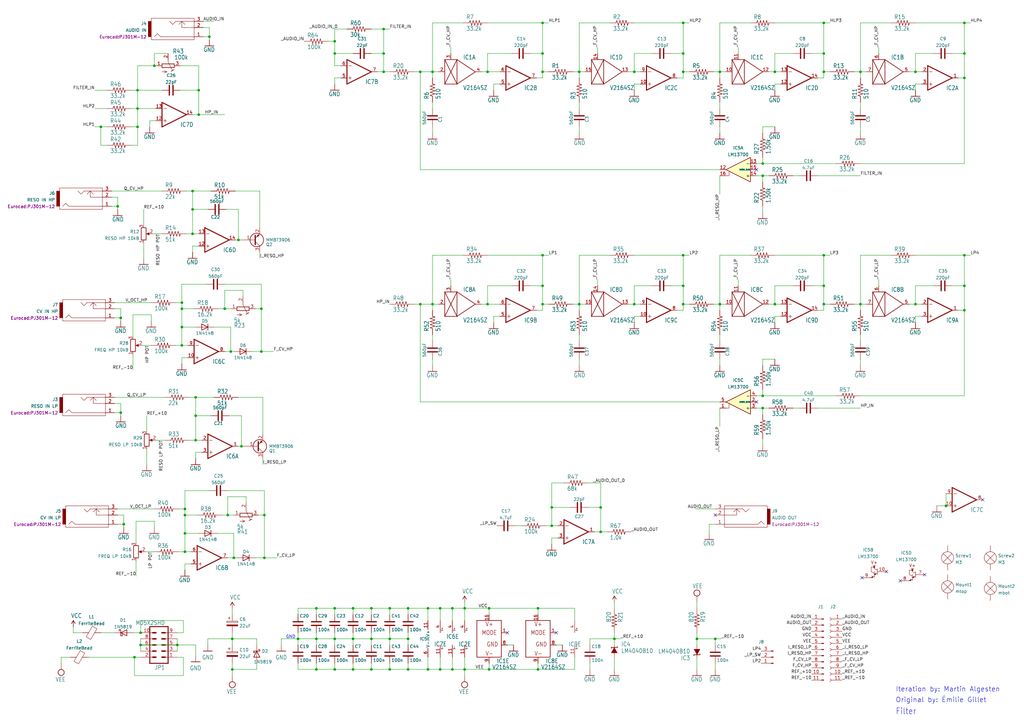
<source format=kicad_sch>
(kicad_sch (version 20211123) (generator eeschema)
  (paper "User" 425.45 299.593)
  (title_block (title "sil") (date "2022-01-29") (rev "0.1"))
  (junction (at 283.845 29.845))
  (junction (at 86.995 15.24))
  (junction (at 93.345 128.27))
  (junction (at 225.425 22.225))
  (junction (at 97.155 231.775))
  (junction (at 108.585 128.27))
  (junction (at 177.8 278.13))
  (junction (at 169.545 265.43))
  (junction (at 225.425 118.745))
  (junction (at 81.28 182.88))
  (junction (at 96.52 278.13))
  (junction (at 75.565 125.73))
  (junction (at 109.855 231.775))
  (junction (at 263.525 29.845))
  (junction (at 380.365 29.845))
  (junction (at 289.56 265.43))
  (junction (at 146.685 265.43))
  (junction (at 81.28 165.1))
  (junction (at 131.445 252.73))
  (junction (at 179.705 126.365))
  (junction (at 342.265 22.225))
  (junction (at 316.865 73.025))
  (junction (at 75.565 143.51))
  (junction (at 342.265 118.745))
  (junction (at 139.065 252.73))
  (junction (at 161.925 278.13))
  (junction (at 203.2 278.13))
  (junction (at 76.835 213.995))
  (junction (at 58.42 262.89))
  (junction (at 94.615 213.995))
  (junction (at 81.28 172.72))
  (junction (at 283.845 22.225))
  (junction (at 203.2 252.73))
  (junction (at 80.01 97.155))
  (junction (at 400.685 106.045))
  (junction (at 159.385 29.845))
  (junction (at 400.685 32.385))
  (junction (at 82.55 47.625))
  (junction (at 193.04 278.13))
  (junction (at 182.88 278.13))
  (junction (at 76.835 211.455))
  (junction (at 139.065 22.225))
  (junction (at 159.385 12.065))
  (junction (at 187.96 252.73))
  (junction (at 109.855 213.995))
  (junction (at 154.305 278.13))
  (junction (at 139.065 265.43))
  (junction (at 57.15 37.465))
  (junction (at 202.565 29.845))
  (junction (at 223.52 252.73))
  (junction (at 316.865 169.545))
  (junction (at 225.425 106.045))
  (junction (at 154.305 252.73))
  (junction (at 249.555 220.98))
  (junction (at 263.525 126.365))
  (junction (at 193.04 252.73))
  (junction (at 229.235 218.44))
  (junction (at 299.085 29.845))
  (junction (at 283.845 106.045))
  (junction (at 321.945 126.365))
  (junction (at 202.565 126.365))
  (junction (at 57.15 45.085))
  (junction (at 179.705 29.845))
  (junction (at 58.42 267.97))
  (junction (at 357.505 29.845))
  (junction (at 182.88 252.73))
  (junction (at 342.265 106.045))
  (junction (at 154.305 265.43))
  (junction (at 75.565 128.27))
  (junction (at 400.685 9.525))
  (junction (at 51.435 217.805))
  (junction (at 146.685 278.13))
  (junction (at 177.8 252.73))
  (junction (at 95.885 146.05))
  (junction (at 357.505 126.365))
  (junction (at 174.625 126.365))
  (junction (at 316.865 67.945))
  (junction (at 80.01 86.995))
  (junction (at 50.165 132.08))
  (junction (at 342.265 126.365))
  (junction (at 240.665 29.845))
  (junction (at 299.085 126.365))
  (junction (at 380.365 126.365))
  (junction (at 159.385 22.225))
  (junction (at 321.945 29.845))
  (junction (at 73.66 267.97))
  (junction (at 174.625 29.845))
  (junction (at 316.865 164.465))
  (junction (at 342.265 29.845))
  (junction (at 169.545 278.13))
  (junction (at 161.925 265.43))
  (junction (at 55.88 273.05))
  (junction (at 99.06 99.695))
  (junction (at 400.685 128.905))
  (junction (at 249.555 210.82))
  (junction (at 131.445 265.43))
  (junction (at 283.845 126.365))
  (junction (at 187.96 278.13))
  (junction (at 161.925 252.73))
  (junction (at 240.665 126.365))
  (junction (at 123.825 265.43))
  (junction (at 169.545 252.73))
  (junction (at 393.065 210.185))
  (junction (at 57.15 52.705))
  (junction (at 139.065 17.145))
  (junction (at 41.91 52.705))
  (junction (at 80.01 79.375))
  (junction (at 48.895 85.725))
  (junction (at 146.685 252.73))
  (junction (at 225.425 29.845))
  (junction (at 225.425 126.365))
  (junction (at 400.685 22.225))
  (junction (at 50.165 171.45))
  (junction (at 139.065 278.13))
  (junction (at 96.52 265.43))
  (junction (at 100.33 185.42))
  (junction (at 225.425 9.525))
  (junction (at 76.835 229.235))
  (junction (at 283.845 9.525))
  (junction (at 64.135 27.305))
  (junction (at 75.565 135.89))
  (junction (at 342.265 9.525))
  (junction (at 283.845 118.745))
  (junction (at 229.235 210.82))
  (junction (at 108.585 146.05))
  (junction (at 400.685 118.745))
  (junction (at 297.18 265.43))
  (junction (at 223.52 278.13))
  (junction (at 255.27 265.43))
  (junction (at 76.835 221.615))
  (junction (at 131.445 278.13))
  (junction (at 82.55 37.465))
  (no_connect (at 210.82 262.89))
  (no_connect (at 384.175 238.76))
  (no_connect (at 358.14 240.03))
  (no_connect (at 374.015 241.3))
  (no_connect (at 368.3 237.49))
  (no_connect (at 408.305 207.645))
  (no_connect (at 297.18 213.995))
  (no_connect (at 314.325 70.485))
  (no_connect (at 314.325 167.005))
  (no_connect (at 231.14 262.89))
  (wire (pts (xy 296.545 29.845) (xy 299.085 29.845)))
  (wire (pts (xy 81.28 187.96) (xy 81.28 190.5)))
  (wire (pts (xy 96.52 275.59) (xy 96.52 278.13)))
  (wire (pts (xy 76.835 221.615) (xy 76.835 229.235)))
  (wire (pts (xy 161.925 275.59) (xy 161.925 278.13)))
  (wire (pts (xy 324.485 131.445) (xy 321.945 131.445)))
  (wire (pts (xy 146.685 265.43) (xy 139.065 265.43)))
  (wire (pts (xy 207.645 34.925) (xy 205.105 34.925)))
  (wire (pts (xy 154.305 265.43) (xy 146.685 265.43)))
  (wire (pts (xy 78.74 182.88) (xy 81.28 182.88)))
  (wire (pts (xy 212.725 118.745) (xy 202.565 118.745)))
  (wire (pts (xy 109.855 213.995) (xy 109.855 231.775)))
  (wire (pts (xy 249.555 200.66) (xy 249.555 210.82)))
  (wire (pts (xy 82.55 27.305) (xy 82.55 37.465)))
  (wire (pts (xy 226.695 218.44) (xy 229.235 218.44)))
  (wire (pts (xy 123.825 278.13) (xy 131.445 278.13)))
  (wire (pts (xy 400.685 106.045) (xy 400.685 118.745)))
  (wire (pts (xy 86.36 86.995) (xy 80.01 86.995)))
  (wire (pts (xy 179.705 126.365) (xy 182.245 126.365)))
  (wire (pts (xy 80.01 102.235) (xy 80.01 104.775)))
  (wire (pts (xy 139.065 32.385) (xy 141.605 32.385)))
  (wire (pts (xy 342.265 128.905) (xy 339.725 128.905)))
  (wire (pts (xy 283.845 118.745) (xy 283.845 126.365)))
  (wire (pts (xy 56.515 216.535) (xy 56.515 225.425)))
  (wire (pts (xy 154.305 262.89) (xy 154.305 265.43)))
  (wire (pts (xy 109.855 231.775) (xy 114.935 231.775)))
  (wire (pts (xy 154.305 278.13) (xy 161.925 278.13)))
  (wire (pts (xy 93.345 128.27) (xy 95.885 128.27)))
  (wire (pts (xy 109.855 203.835) (xy 109.855 213.995)))
  (wire (pts (xy 255.27 252.73) (xy 255.27 250.19)))
  (wire (pts (xy 62.865 130.81) (xy 62.865 133.35)))
  (wire (pts (xy 321.945 34.925) (xy 321.945 37.465)))
  (wire (pts (xy 240.665 9.525) (xy 253.365 9.525)))
  (wire (pts (xy 247.015 220.98) (xy 249.555 220.98)))
  (wire (pts (xy 248.285 118.745) (xy 248.285 116.205)))
  (wire (pts (xy 84.455 15.24) (xy 86.995 15.24)))
  (wire (pts (xy 179.705 29.845) (xy 182.245 29.845)))
  (wire (pts (xy 182.88 252.73) (xy 177.8 252.73)))
  (wire (pts (xy 316.865 164.465) (xy 314.325 164.465)))
  (wire (pts (xy 400.685 9.525) (xy 403.225 9.525)))
  (wire (pts (xy 289.56 265.43) (xy 297.18 265.43)))
  (wire (pts (xy 54.61 37.465) (xy 57.15 37.465)))
  (wire (pts (xy 319.405 29.845) (xy 321.945 29.845)))
  (wire (pts (xy 395.605 22.225) (xy 400.685 22.225)))
  (wire (pts (xy 161.925 262.89) (xy 161.925 265.43)))
  (wire (pts (xy 95.885 146.05) (xy 97.155 146.05)))
  (wire (pts (xy 299.085 29.845) (xy 301.625 29.845)))
  (wire (pts (xy 106.045 128.27) (xy 108.585 128.27)))
  (wire (pts (xy 357.505 128.905) (xy 357.505 126.365)))
  (wire (pts (xy 83.82 187.96) (xy 81.28 187.96)))
  (wire (pts (xy 342.265 118.745) (xy 342.265 126.365)))
  (wire (pts (xy 47.625 171.45) (xy 50.165 171.45)))
  (wire (pts (xy 55.245 262.89) (xy 58.42 262.89)))
  (wire (pts (xy 64.135 22.225) (xy 64.135 27.305)))
  (wire (pts (xy 174.625 29.845) (xy 179.705 29.845)))
  (wire (pts (xy 77.47 97.155) (xy 80.01 97.155)))
  (wire (pts (xy 109.22 190.5) (xy 109.22 193.04)))
  (wire (pts (xy 95.25 172.72) (xy 100.33 172.72)))
  (wire (pts (xy 88.9 165.1) (xy 81.28 165.1)))
  (wire (pts (xy 161.925 29.845) (xy 159.385 29.845)))
  (wire (pts (xy 400.685 9.525) (xy 400.685 22.225)))
  (wire (pts (xy 146.685 22.225) (xy 139.065 22.225)))
  (wire (pts (xy 297.18 265.43) (xy 299.72 265.43)))
  (wire (pts (xy 73.66 267.97) (xy 81.28 267.97)))
  (wire (pts (xy 187.96 278.13) (xy 193.04 278.13)))
  (wire (pts (xy 100.33 99.695) (xy 99.06 99.695)))
  (wire (pts (xy 316.865 85.725) (xy 316.865 88.265)))
  (wire (pts (xy 76.835 211.455) (xy 76.835 213.995)))
  (wire (pts (xy 146.685 267.97) (xy 146.685 265.43)))
  (wire (pts (xy 321.945 22.225) (xy 321.945 29.845)))
  (wire (pts (xy 283.845 106.045) (xy 283.845 118.745)))
  (wire (pts (xy 174.625 70.485) (xy 299.085 70.485)))
  (wire (pts (xy 90.805 128.27) (xy 93.345 128.27)))
  (wire (pts (xy 97.155 221.615) (xy 97.155 231.775)))
  (wire (pts (xy 62.865 143.51) (xy 59.055 143.51)))
  (wire (pts (xy 283.845 29.845) (xy 283.845 32.385)))
  (wire (pts (xy 99.06 86.995) (xy 99.06 99.695)))
  (wire (pts (xy 94.615 203.835) (xy 109.855 203.835)))
  (wire (pts (xy 146.685 255.27) (xy 146.685 252.73)))
  (wire (pts (xy 80.01 86.995) (xy 80.01 97.155)))
  (wire (pts (xy 202.565 22.225) (xy 202.565 29.845)))
  (wire (pts (xy 76.835 234.315) (xy 76.835 236.855)))
  (wire (pts (xy 100.33 172.72) (xy 100.33 185.42)))
  (wire (pts (xy 79.375 234.315) (xy 76.835 234.315)))
  (wire (pts (xy 316.865 151.765) (xy 316.865 149.225)))
  (wire (pts (xy 30.48 262.89) (xy 34.29 262.89)))
  (wire (pts (xy 54.61 52.705) (xy 57.15 52.705)))
  (wire (pts (xy 223.52 278.13) (xy 238.76 278.13)))
  (wire (pts (xy 263.525 126.365) (xy 266.065 126.365)))
  (wire (pts (xy 96.52 278.13) (xy 106.68 278.13)))
  (wire (pts (xy 161.925 252.73) (xy 169.545 252.73)))
  (wire (pts (xy 139.065 278.13) (xy 146.685 278.13)))
  (wire (pts (xy 179.705 139.065) (xy 179.705 141.605)))
  (wire (pts (xy 81.915 213.995) (xy 76.835 213.995)))
  (wire (pts (xy 55.88 273.05) (xy 55.88 280.67)))
  (wire (pts (xy 380.365 29.845) (xy 382.905 29.845)))
  (wire (pts (xy 225.425 126.365) (xy 225.425 128.905)))
  (wire (pts (xy 82.55 47.625) (xy 80.01 47.625)))
  (wire (pts (xy 240.665 42.545) (xy 240.665 45.085)))
  (wire (pts (xy 182.88 278.13) (xy 187.96 278.13)))
  (wire (pts (xy 146.685 275.59) (xy 146.685 278.13)))
  (wire (pts (xy 60.96 172.72) (xy 60.96 179.07)))
  (wire (pts (xy 229.235 210.82) (xy 229.235 218.44)))
  (wire (pts (xy 74.93 27.305) (xy 82.55 27.305)))
  (wire (pts (xy 380.365 126.365) (xy 382.905 126.365)))
  (wire (pts (xy 297.18 211.455) (xy 288.925 211.455)))
  (wire (pts (xy 96.52 262.89) (xy 96.52 265.43)))
  (wire (pts (xy 86.995 11.43) (xy 86.995 15.24)))
  (wire (pts (xy 96.52 265.43) (xy 96.52 267.97)))
  (wire (pts (xy 357.505 29.845) (xy 360.045 29.845)))
  (wire (pts (xy 159.385 12.065) (xy 161.925 12.065)))
  (wire (pts (xy 223.52 278.13) (xy 223.52 275.59)))
  (wire (pts (xy 75.565 143.51) (xy 73.025 143.51)))
  (wire (pts (xy 48.895 217.805) (xy 51.435 217.805)))
  (wire (pts (xy 177.8 273.05) (xy 177.8 278.13)))
  (wire (pts (xy 238.76 252.73) (xy 238.76 257.81)))
  (wire (pts (xy 342.265 106.045) (xy 344.805 106.045)))
  (wire (pts (xy 271.145 118.745) (xy 263.525 118.745)))
  (wire (pts (xy 76.2 273.05) (xy 76.2 280.67)))
  (wire (pts (xy 82.55 47.625) (xy 93.345 47.625)))
  (wire (pts (xy 116.84 265.43) (xy 116.84 267.97)))
  (wire (pts (xy 179.705 32.385) (xy 179.705 29.845)))
  (wire (pts (xy 100.965 120.65) (xy 93.345 120.65)))
  (wire (pts (xy 200.025 126.365) (xy 202.565 126.365)))
  (wire (pts (xy 64.77 182.88) (xy 68.58 182.88)))
  (wire (pts (xy 299.085 52.705) (xy 299.085 55.245)))
  (wire (pts (xy 93.345 118.11) (xy 108.585 118.11)))
  (wire (pts (xy 161.925 265.43) (xy 154.305 265.43)))
  (wire (pts (xy 321.945 126.365) (xy 324.485 126.365)))
  (wire (pts (xy 169.545 265.43) (xy 161.925 265.43)))
  (wire (pts (xy 395.605 118.745) (xy 400.685 118.745)))
  (wire (pts (xy 62.23 50.165) (xy 62.23 52.705)))
  (wire (pts (xy 56.515 233.045) (xy 56.515 239.395)))
  (wire (pts (xy 131.445 262.89) (xy 131.445 265.43)))
  (wire (pts (xy 297.18 217.805) (xy 294.64 217.805)))
  (wire (pts (xy 107.95 79.375) (xy 97.79 79.375)))
  (wire (pts (xy 263.525 9.525) (xy 283.845 9.525)))
  (wire (pts (xy 58.42 267.97) (xy 73.66 267.97)))
  (wire (pts (xy 299.085 9.525) (xy 311.785 9.525)))
  (wire (pts (xy 182.88 252.73) (xy 182.88 257.81)))
  (wire (pts (xy 286.385 126.365) (xy 283.845 126.365)))
  (wire (pts (xy 64.135 216.535) (xy 64.135 219.075)))
  (wire (pts (xy 339.725 169.545) (xy 357.505 169.545)))
  (wire (pts (xy 136.525 17.145) (xy 139.065 17.145)))
  (wire (pts (xy 203.2 252.73) (xy 223.52 252.73)))
  (wire (pts (xy 263.525 106.045) (xy 283.845 106.045)))
  (wire (pts (xy 283.845 106.045) (xy 286.385 106.045)))
  (wire (pts (xy 57.15 45.085) (xy 64.77 45.085)))
  (wire (pts (xy 102.235 206.375) (xy 94.615 206.375)))
  (wire (pts (xy 223.52 252.73) (xy 223.52 255.27)))
  (wire (pts (xy 57.15 27.305) (xy 57.15 37.465)))
  (wire (pts (xy 316.865 65.405) (xy 316.865 67.945)))
  (wire (pts (xy 106.045 231.775) (xy 109.855 231.775)))
  (wire (pts (xy 86.36 267.97) (xy 86.36 265.43)))
  (wire (pts (xy 102.235 206.375) (xy 102.235 208.915)))
  (wire (pts (xy 225.425 106.045) (xy 225.425 118.745)))
  (wire (pts (xy 179.705 106.045) (xy 192.405 106.045)))
  (wire (pts (xy 41.91 262.89) (xy 47.625 262.89)))
  (wire (pts (xy 75.565 148.59) (xy 75.565 151.13)))
  (wire (pts (xy 50.165 132.08) (xy 50.165 133.35)))
  (wire (pts (xy 400.685 32.385) (xy 400.685 67.945)))
  (wire (pts (xy 78.105 148.59) (xy 75.565 148.59)))
  (wire (pts (xy 179.705 149.225) (xy 179.705 151.765)))
  (wire (pts (xy 131.445 275.59) (xy 131.445 278.13)))
  (wire (pts (xy 357.505 149.225) (xy 357.505 151.765)))
  (wire (pts (xy 76.835 229.235) (xy 79.375 229.235)))
  (wire (pts (xy 55.245 130.81) (xy 62.865 130.81)))
  (wire (pts (xy 131.445 252.73) (xy 123.825 252.73)))
  (wire (pts (xy 382.905 131.445) (xy 380.365 131.445)))
  (wire (pts (xy 177.8 257.81) (xy 177.8 252.73)))
  (wire (pts (xy 139.065 32.385) (xy 139.065 34.925)))
  (wire (pts (xy 316.865 182.245) (xy 316.865 184.785)))
  (wire (pts (xy 227.965 29.845) (xy 225.425 29.845)))
  (wire (pts (xy 225.425 29.845) (xy 225.425 32.385)))
  (wire (pts (xy 248.285 22.225) (xy 248.285 19.685)))
  (wire (pts (xy 223.52 252.73) (xy 238.76 252.73)))
  (wire (pts (xy 48.895 213.995) (xy 51.435 213.995)))
  (wire (pts (xy 107.95 104.775) (xy 107.95 107.315)))
  (wire (pts (xy 47.625 128.27) (xy 50.165 128.27)))
  (wire (pts (xy 202.565 9.525) (xy 225.425 9.525)))
  (wire (pts (xy 51.435 213.995) (xy 51.435 217.805)))
  (wire (pts (xy 229.235 200.66) (xy 229.235 210.82)))
  (wire (pts (xy 296.545 126.365) (xy 299.085 126.365)))
  (wire (pts (xy 146.685 262.89) (xy 146.685 265.43)))
  (wire (pts (xy 161.925 278.13) (xy 169.545 278.13)))
  (wire (pts (xy 203.2 278.13) (xy 203.2 275.59)))
  (wire (pts (xy 94.615 213.995) (xy 97.155 213.995)))
  (wire (pts (xy 283.845 9.525) (xy 286.385 9.525)))
  (wire (pts (xy 337.185 118.745) (xy 342.265 118.745)))
  (wire (pts (xy 260.985 29.845) (xy 263.525 29.845)))
  (wire (pts (xy 93.345 120.65) (xy 93.345 128.27)))
  (wire (pts (xy 278.765 118.745) (xy 283.845 118.745)))
  (wire (pts (xy 342.265 126.365) (xy 342.265 128.905)))
  (wire (pts (xy 289.56 273.05) (xy 289.56 278.13)))
  (wire (pts (xy 193.04 273.05) (xy 193.04 278.13)))
  (wire (pts (xy 357.505 52.705) (xy 357.505 55.245)))
  (wire (pts (xy 240.665 52.705) (xy 240.665 55.245)))
  (wire (pts (xy 172.085 29.845) (xy 174.625 29.845)))
  (wire (pts (xy 244.475 210.82) (xy 249.555 210.82)))
  (wire (pts (xy 154.305 12.065) (xy 159.385 12.065)))
  (wire (pts (xy 354.965 126.365) (xy 357.505 126.365)))
  (wire (pts (xy 76.2 280.67) (xy 55.88 280.67)))
  (wire (pts (xy 107.315 213.995) (xy 109.855 213.995)))
  (wire (pts (xy 193.04 252.73) (xy 187.96 252.73)))
  (wire (pts (xy 51.435 217.805) (xy 51.435 219.075)))
  (wire (pts (xy 106.68 265.43) (xy 96.52 265.43)))
  (wire (pts (xy 44.45 60.325) (xy 41.91 60.325)))
  (wire (pts (xy 64.135 27.305) (xy 57.15 27.305)))
  (wire (pts (xy 179.705 29.845) (xy 179.705 9.525)))
  (wire (pts (xy 46.355 81.915) (xy 48.895 81.915)))
  (wire (pts (xy 225.425 9.525) (xy 225.425 22.225)))
  (wire (pts (xy 213.995 218.44) (xy 216.535 218.44)))
  (wire (pts (xy 74.93 37.465) (xy 82.55 37.465)))
  (wire (pts (xy 380.365 9.525) (xy 400.685 9.525)))
  (wire (pts (xy 187.325 118.745) (xy 187.325 116.205)))
  (wire (pts (xy 260.985 126.365) (xy 263.525 126.365)))
  (wire (pts (xy 154.305 252.73) (xy 161.925 252.73)))
  (wire (pts (xy 73.66 267.97) (xy 73.66 270.51)))
  (wire (pts (xy 55.245 147.32) (xy 55.245 153.67)))
  (wire (pts (xy 319.405 126.365) (xy 321.945 126.365)))
  (wire (pts (xy 47.625 125.73) (xy 62.865 125.73)))
  (wire (pts (xy 59.69 86.995) (xy 59.69 93.345)))
  (wire (pts (xy 354.965 29.845) (xy 357.505 29.845)))
  (wire (pts (xy 123.825 275.59) (xy 123.825 278.13)))
  (wire (pts (xy 297.18 265.43) (xy 297.18 267.97)))
  (wire (pts (xy 357.505 139.065) (xy 357.505 141.605)))
  (wire (pts (xy 299.085 128.905) (xy 299.085 126.365)))
  (wire (pts (xy 84.455 11.43) (xy 86.995 11.43)))
  (wire (pts (xy 50.165 128.27) (xy 50.165 132.08)))
  (wire (pts (xy 342.265 32.385) (xy 339.725 32.385)))
  (wire (pts (xy 263.525 131.445) (xy 263.525 133.985)))
  (wire (pts (xy 255.27 278.13) (xy 255.27 273.05)))
  (wire (pts (xy 36.83 273.05) (xy 55.88 273.05)))
  (wire (pts (xy 78.74 165.1) (xy 81.28 165.1)))
  (wire (pts (xy 299.085 32.385) (xy 299.085 29.845)))
  (wire (pts (xy 316.865 149.225) (xy 321.945 149.225)))
  (wire (pts (xy 225.425 128.905) (xy 222.885 128.905)))
  (wire (pts (xy 240.665 29.845) (xy 240.665 9.525)))
  (wire (pts (xy 123.825 262.89) (xy 123.825 265.43)))
  (wire (pts (xy 85.725 118.11) (xy 75.565 118.11)))
  (wire (pts (xy 139.065 262.89) (xy 139.065 265.43)))
  (wire (pts (xy 321.945 9.525) (xy 342.265 9.525)))
  (wire (pts (xy 92.075 213.995) (xy 94.615 213.995)))
  (wire (pts (xy 249.555 220.98) (xy 252.095 220.98)))
  (wire (pts (xy 139.065 17.145) (xy 139.065 22.225)))
  (wire (pts (xy 400.685 22.225) (xy 400.685 32.385)))
  (wire (pts (xy 67.31 37.465) (xy 57.15 37.465)))
  (wire (pts (xy 146.685 278.13) (xy 154.305 278.13)))
  (wire (pts (xy 400.685 164.465) (xy 357.505 164.465)))
  (wire (pts (xy 316.865 67.945) (xy 314.325 67.945)))
  (wire (pts (xy 48.895 211.455) (xy 64.135 211.455)))
  (wire (pts (xy 299.085 139.065) (xy 299.085 141.605)))
  (wire (pts (xy 169.545 278.13) (xy 177.8 278.13)))
  (wire (pts (xy 179.705 52.705) (xy 179.705 55.245)))
  (wire (pts (xy 73.66 265.43) (xy 73.66 267.97)))
  (wire (pts (xy 154.305 275.59) (xy 154.305 278.13)))
  (wire (pts (xy 255.27 265.43) (xy 255.27 262.89)))
  (wire (pts (xy 220.345 118.745) (xy 225.425 118.745)))
  (wire (pts (xy 109.22 180.34) (xy 109.22 165.1)))
  (wire (pts (xy 58.42 265.43) (xy 58.42 267.97)))
  (wire (pts (xy 76.835 203.835) (xy 76.835 211.455)))
  (wire (pts (xy 299.085 126.365) (xy 299.085 106.045)))
  (wire (pts (xy 75.565 135.89) (xy 75.565 143.51)))
  (wire (pts (xy 131.445 252.73) (xy 139.065 252.73)))
  (wire (pts (xy 316.865 67.945) (xy 347.345 67.945)))
  (wire (pts (xy 64.77 50.165) (xy 62.23 50.165)))
  (wire (pts (xy 48.895 81.915) (xy 48.895 85.725)))
  (wire (pts (xy 81.28 165.1) (xy 81.28 172.72)))
  (wire (pts (xy 249.555 210.82) (xy 249.555 220.98)))
  (wire (pts (xy 58.42 257.81) (xy 76.2 257.81)))
  (wire (pts (xy 182.88 273.05) (xy 182.88 278.13)))
  (wire (pts (xy 101.6 185.42) (xy 100.33 185.42)))
  (wire (pts (xy 161.925 267.97) (xy 161.925 265.43)))
  (wire (pts (xy 30.48 262.89) (xy 30.48 260.35)))
  (wire (pts (xy 283.845 22.225) (xy 283.845 29.845)))
  (wire (pts (xy 365.125 118.745) (xy 365.125 116.205)))
  (wire (pts (xy 50.165 167.64) (xy 50.165 171.45)))
  (wire (pts (xy 294.64 217.805) (xy 294.64 221.615)))
  (wire (pts (xy 377.825 29.845) (xy 380.365 29.845)))
  (wire (pts (xy 342.265 22.225) (xy 342.265 29.845)))
  (wire (pts (xy 58.42 262.89) (xy 58.42 257.81)))
  (wire (pts (xy 131.445 278.13) (xy 139.065 278.13)))
  (wire (pts (xy 82.55 221.615) (xy 76.835 221.615)))
  (wire (pts (xy 86.995 15.24) (xy 86.995 16.51)))
  (wire (pts (xy 177.8 278.13) (xy 182.88 278.13)))
  (wire (pts (xy 97.155 231.775) (xy 94.615 231.775)))
  (wire (pts (xy 187.96 273.05) (xy 187.96 278.13)))
  (wire (pts (xy 100.33 185.42) (xy 99.06 185.42)))
  (wire (pts (xy 73.66 273.05) (xy 76.2 273.05)))
  (wire (pts (xy 169.545 252.73) (xy 177.8 252.73)))
  (wire (pts (xy 382.905 34.925) (xy 380.365 34.925)))
  (wire (pts (xy 80.01 79.375) (xy 80.01 86.995)))
  (wire (pts (xy 337.185 22.225) (xy 342.265 22.225)))
  (wire (pts (xy 321.945 29.845) (xy 324.485 29.845)))
  (wire (pts (xy 44.45 52.705) (xy 41.91 52.705)))
  (wire (pts (xy 80.645 128.27) (xy 75.565 128.27)))
  (wire (pts (xy 283.845 128.905) (xy 281.305 128.905)))
  (wire (pts (xy 227.965 126.365) (xy 225.425 126.365)))
  (wire (pts (xy 342.265 106.045) (xy 342.265 118.745)))
  (wire (pts (xy 240.665 128.905) (xy 240.665 126.365)))
  (wire (pts (xy 179.705 9.525) (xy 192.405 9.525)))
  (wire (pts (xy 263.525 22.225) (xy 263.525 29.845)))
  (wire (pts (xy 400.685 128.905) (xy 400.685 164.465)))
  (wire (pts (xy 207.645 131.445) (xy 205.105 131.445)))
  (wire (pts (xy 108.585 118.11) (xy 108.585 128.27)))
  (wire (pts (xy 139.065 252.73) (xy 139.065 255.27)))
  (wire (pts (xy 25.4 273.05) (xy 29.21 273.05)))
  (wire (pts (xy 44.45 45.085) (xy 39.37 45.085)))
  (wire (pts (xy 380.365 22.225) (xy 380.365 29.845)))
  (wire (pts (xy 319.405 169.545) (xy 316.865 169.545)))
  (wire (pts (xy 86.995 203.835) (xy 76.835 203.835)))
  (wire (pts (xy 75.565 128.27) (xy 75.565 135.89)))
  (wire (pts (xy 245.11 265.43) (xy 255.27 265.43)))
  (wire (pts (xy 389.255 210.185) (xy 393.065 210.185)))
  (wire (pts (xy 193.04 278.13) (xy 203.2 278.13)))
  (wire (pts (xy 174.625 126.365) (xy 179.705 126.365)))
  (wire (pts (xy 238.125 126.365) (xy 240.665 126.365)))
  (wire (pts (xy 205.105 131.445) (xy 205.105 133.985)))
  (wire (pts (xy 55.245 130.81) (xy 55.245 139.7)))
  (wire (pts (xy 225.425 9.525) (xy 227.965 9.525)))
  (wire (pts (xy 64.77 27.305) (xy 64.135 27.305)))
  (wire (pts (xy 174.625 167.005) (xy 174.625 126.365)))
  (wire (pts (xy 316.865 73.025) (xy 314.325 73.025)))
  (wire (pts (xy 289.56 267.97) (xy 289.56 265.43)))
  (wire (pts (xy 73.025 125.73) (xy 75.565 125.73)))
  (wire (pts (xy 50.165 171.45) (xy 50.165 172.72)))
  (wire (pts (xy 108.585 128.27) (xy 108.585 146.05)))
  (wire (pts (xy 96.52 278.13) (xy 96.52 280.67)))
  (wire (pts (xy 231.14 267.97) (xy 233.68 267.97)))
  (wire (pts (xy 306.705 118.745) (xy 306.705 116.205)))
  (wire (pts (xy 202.565 118.745) (xy 202.565 126.365)))
  (wire (pts (xy 154.305 265.43) (xy 154.305 267.97)))
  (wire (pts (xy 266.065 131.445) (xy 263.525 131.445)))
  (wire (pts (xy 400.685 106.045) (xy 403.225 106.045)))
  (wire (pts (xy 357.505 106.045) (xy 370.205 106.045)))
  (wire (pts (xy 47.625 165.1) (xy 68.58 165.1)))
  (wire (pts (xy 342.265 9.525) (xy 342.265 22.225)))
  (wire (pts (xy 69.85 22.225) (xy 64.135 22.225)))
  (wire (pts (xy 283.845 32.385) (xy 281.305 32.385)))
  (wire (pts (xy 159.385 29.845) (xy 156.845 29.845)))
  (wire (pts (xy 104.775 146.05) (xy 108.585 146.05)))
  (wire (pts (xy 172.085 126.365) (xy 174.625 126.365)))
  (wire (pts (xy 400.685 32.385) (xy 398.145 32.385)))
  (wire (pts (xy 57.15 37.465) (xy 57.15 45.085)))
  (wire (pts (xy 59.69 100.965) (xy 59.69 107.315)))
  (wire (pts (xy 139.065 265.43) (xy 131.445 265.43)))
  (wire (pts (xy 344.805 126.365) (xy 342.265 126.365)))
  (wire (pts (xy 116.84 265.43) (xy 123.825 265.43)))
  (wire (pts (xy 283.845 126.365) (xy 283.845 128.905)))
  (wire (pts (xy 131.445 265.43) (xy 131.445 267.97)))
  (wire (pts (xy 96.52 255.27) (xy 96.52 252.73)))
  (wire (pts (xy 316.865 169.545) (xy 314.325 169.545)))
  (wire (pts (xy 63.5 97.155) (xy 67.31 97.155)))
  (wire (pts (xy 154.305 252.73) (xy 154.305 255.27)))
  (wire (pts (xy 297.18 275.59) (xy 297.18 278.13)))
  (wire (pts (xy 87.63 172.72) (xy 81.28 172.72)))
  (wire (pts (xy 245.11 275.59) (xy 245.11 278.13)))
  (wire (pts (xy 131.445 265.43) (xy 123.825 265.43)))
  (wire (pts (xy 80.01 97.155) (xy 82.55 97.155)))
  (wire (pts (xy 229.235 223.52) (xy 229.235 226.06)))
  (wire (pts (xy 84.455 8.89) (xy 88.9 8.89)))
  (wire (pts (xy 139.065 27.305) (xy 141.605 27.305)))
  (wire (pts (xy 387.985 118.745) (xy 380.365 118.745)))
  (wire (pts (xy 47.625 132.08) (xy 50.165 132.08)))
  (wire (pts (xy 316.865 169.545) (xy 316.865 172.085)))
  (wire (pts (xy 225.425 22.225) (xy 225.425 29.845)))
  (wire (pts (xy 244.475 200.66) (xy 249.555 200.66)))
  (wire (pts (xy 64.135 229.235) (xy 60.325 229.235)))
  (wire (pts (xy 400.685 118.745) (xy 400.685 128.905)))
  (wire (pts (xy 193.04 257.81) (xy 193.04 252.73)))
  (wire (pts (xy 57.15 52.705) (xy 57.15 45.085)))
  (wire (pts (xy 377.825 126.365) (xy 380.365 126.365)))
  (wire (pts (xy 46.355 85.725) (xy 48.895 85.725)))
  (wire (pts (xy 357.505 29.845) (xy 357.505 9.525)))
  (wire (pts (xy 146.685 252.73) (xy 139.065 252.73)))
  (wire (pts (xy 380.365 34.925) (xy 380.365 37.465)))
  (wire (pts (xy 25.4 273.05) (xy 25.4 275.59)))
  (wire (pts (xy 324.485 34.925) (xy 321.945 34.925)))
  (wire (pts (xy 54.61 60.325) (xy 57.15 60.325)))
  (wire (pts (xy 299.085 29.845) (xy 299.085 9.525)))
  (wire (pts (xy 238.76 278.13) (xy 238.76 273.05)))
  (wire (pts (xy 299.085 106.045) (xy 311.785 106.045)))
  (wire (pts (xy 393.065 205.105) (xy 393.065 210.185)))
  (wire (pts (xy 238.125 29.845) (xy 240.665 29.845)))
  (wire (pts (xy 329.565 118.745) (xy 321.945 118.745)))
  (wire (pts (xy 76.2 262.89) (xy 76.2 257.81)))
  (wire (pts (xy 299.085 149.225) (xy 299.085 151.765)))
  (wire (pts (xy 139.065 265.43) (xy 139.065 267.97)))
  (wire (pts (xy 154.305 22.225) (xy 159.385 22.225)))
  (wire (pts (xy 99.06 99.695) (xy 97.79 99.695)))
  (wire (pts (xy 174.625 167.005) (xy 299.085 167.005)))
  (wire (pts (xy 169.545 275.59) (xy 169.545 278.13)))
  (wire (pts (xy 203.2 278.13) (xy 223.52 278.13)))
  (wire (pts (xy 74.295 211.455) (xy 76.835 211.455)))
  (wire (pts (xy 44.45 37.465) (xy 39.37 37.465)))
  (wire (pts (xy 100.965 120.65) (xy 100.965 123.19)))
  (wire (pts (xy 93.98 86.995) (xy 99.06 86.995)))
  (wire (pts (xy 169.545 265.43) (xy 169.545 267.97)))
  (wire (pts (xy 271.145 22.225) (xy 263.525 22.225)))
  (wire (pts (xy 225.425 118.745) (xy 225.425 126.365)))
  (wire (pts (xy 41.91 52.705) (xy 39.37 52.705)))
  (wire (pts (xy 203.2 255.27) (xy 203.2 252.73)))
  (wire (pts (xy 95.885 135.89) (xy 95.885 146.05)))
  (wire (pts (xy 299.085 169.545) (xy 299.085 177.165)))
  (wire (pts (xy 106.68 265.43) (xy 106.68 267.97)))
  (wire (pts (xy 81.28 267.97) (xy 81.28 272.415)))
  (wire (pts (xy 60.96 186.69) (xy 60.96 193.04)))
  (wire (pts (xy 139.065 22.225) (xy 139.065 27.305)))
  (wire (pts (xy 240.665 149.225) (xy 240.665 151.765)))
  (wire (pts (xy 187.325 22.225) (xy 187.325 19.685)))
  (wire (pts (xy 55.88 273.05) (xy 58.42 273.05)))
  (wire (pts (xy 220.345 22.225) (xy 225.425 22.225)))
  (wire (pts (xy 332.105 169.545) (xy 329.565 169.545)))
  (wire (pts (xy 299.085 126.365) (xy 301.625 126.365)))
  (wire (pts (xy 400.685 128.905) (xy 398.145 128.905)))
  (wire (pts (xy 319.405 73.025) (xy 316.865 73.025)))
  (wire (pts (xy 299.085 73.025) (xy 299.085 80.645)))
  (wire (pts (xy 225.425 106.045) (xy 227.965 106.045)))
  (wire (pts (xy 48.895 85.725) (xy 48.895 86.995)))
  (wire (pts (xy 86.36 265.43) (xy 96.52 265.43)))
  (wire (pts (xy 210.82 267.97) (xy 213.36 267.97)))
  (wire (pts (xy 203.2 252.73) (xy 193.04 252.73)))
  (wire (pts (xy 342.265 9.525) (xy 344.805 9.525)))
  (wire (pts (xy 107.95 94.615) (xy 107.95 79.375)))
  (wire (pts (xy 202.565 29.845) (xy 207.645 29.845)))
  (wire (pts (xy 95.885 146.05) (xy 93.345 146.05)))
  (wire (pts (xy 109.22 165.1) (xy 99.06 165.1)))
  (wire (pts (xy 387.985 22.225) (xy 380.365 22.225)))
  (wire (pts (xy 41.91 60.325) (xy 41.91 52.705)))
  (wire (pts (xy 193.04 280.67) (xy 193.04 278.13)))
  (wire (pts (xy 245.11 267.97) (xy 245.11 265.43)))
  (wire (pts (xy 205.105 34.925) (xy 205.105 37.465)))
  (wire (pts (xy 77.47 79.375) (xy 80.01 79.375)))
  (wire (pts (xy 236.855 210.82) (xy 229.235 210.82)))
  (wire (pts (xy 154.305 252.73) (xy 146.685 252.73)))
  (wire (pts (xy 76.835 213.995) (xy 76.835 221.615)))
  (wire (pts (xy 299.085 42.545) (xy 299.085 45.085)))
  (wire (pts (xy 202.565 106.045) (xy 225.425 106.045)))
  (wire (pts (xy 131.445 255.27) (xy 131.445 252.73)))
  (wire (pts (xy 365.125 22.225) (xy 365.125 19.685)))
  (wire (pts (xy 321.945 118.745) (xy 321.945 126.365)))
  (wire (pts (xy 357.505 126.365) (xy 357.505 106.045)))
  (wire (pts (xy 106.68 278.13) (xy 106.68 275.59)))
  (wire (pts (xy 240.665 106.045) (xy 253.365 106.045)))
  (wire (pts (xy 139.065 275.59) (xy 139.065 278.13)))
  (wire (pts (xy 108.585 146.05) (xy 113.665 146.05)))
  (wire (pts (xy 73.66 262.89) (xy 76.2 262.89)))
  (wire (pts (xy 87.63 79.375) (xy 80.01 79.375)))
  (wire (pts (xy 286.385 29.845) (xy 283.845 29.845)))
  (wire (pts (xy 47.625 167.64) (xy 50.165 167.64)))
  (wire (pts (xy 123.825 267.97) (xy 123.825 265.43)))
  (wire (pts (xy 329.565 22.225) (xy 321.945 22.225)))
  (wire (pts (xy 240.665 29.845) (xy 243.205 29.845)))
  (wire (pts (xy 263.525 29.845) (xy 266.065 29.845)))
  (wire (pts (xy 289.56 265.43) (xy 289.56 262.89)))
  (wire (pts (xy 187.96 257.81) (xy 187.96 252.73)))
  (wire (pts (xy 193.04 250.19) (xy 193.04 252.73)))
  (wire (pts (xy 179.705 128.905) (xy 179.705 126.365)))
  (wire (pts (xy 380.365 118.745) (xy 380.365 126.365)))
  (wire (pts (xy 46.355 79.375) (xy 67.31 79.375)))
  (wire (pts (xy 76.835 229.235) (xy 74.295 229.235)))
  (wire (pts (xy 169.545 262.89) (xy 169.545 265.43)))
  (wire (pts (xy 240.665 126.365) (xy 243.205 126.365)))
  (wire (pts (xy 357.505 9.525) (xy 370.205 9.525)))
  (wire (pts (xy 234.315 200.66) (xy 229.235 200.66)))
  (wire (pts (xy 240.665 126.365) (xy 240.665 106.045)))
  (wire (pts (xy 316.865 55.245) (xy 316.865 52.705)))
  (wire (pts (xy 179.705 42.545) (xy 179.705 45.085)))
  (wire (pts (xy 54.61 45.085) (xy 57.15 45.085)))
  (wire (pts (xy 316.865 164.465) (xy 347.345 164.465)))
  (wire (pts (xy 255.27 265.43) (xy 257.81 265.43)))
  (wire (pts (xy 357.505 32.385) (xy 357.505 29.845)))
  (wire (pts (xy 357.505 42.545) (xy 357.505 45.085)))
  (wire (pts (xy 75.565 143.51) (xy 78.105 143.51)))
  (wire (pts (xy 357.505 126.365) (xy 360.045 126.365)))
  (wire (pts (xy 255.27 267.97) (xy 255.27 265.43)))
  (wire (pts (xy 159.385 22.225) (xy 159.385 29.845)))
  (wire (pts (xy 225.425 32.385) (xy 222.885 32.385)))
  (wire (pts (xy 202.565 126.365) (xy 207.645 126.365)))
  (wire (pts (xy 321.945 131.445) (xy 321.945 133.985)))
  (wire (pts (xy 229.235 218.44) (xy 231.775 218.44)))
  (wire (pts (xy 332.105 73.025) (xy 329.565 73.025)))
  (wire (pts (xy 263.525 118.745) (xy 263.525 126.365)))
  (wire (pts (xy 179.705 126.365) (xy 179.705 106.045)))
  (wire (pts (xy 263.525 34.925) (xy 263.525 37.465)))
  (wire (pts (xy 144.145 12.065) (xy 139.065 12.065)))
  (wire (pts (xy 283.845 9.525) (xy 283.845 22.225)))
  (wire (pts (xy 316.865 52.705) (xy 321.945 52.705)))
  (wire (pts (xy 278.765 22.225) (xy 283.845 22.225)))
  (wire (pts (xy 81.28 135.89) (xy 75.565 135.89)))
  (wire (pts (xy 82.55 102.235) (xy 80.01 102.235)))
  (wire (pts (xy 75.565 118.11) (xy 75.565 125.73)))
  (wire (pts (xy 240.665 32.385) (xy 240.665 29.845)))
  (wire (pts (xy 90.17 221.615) (xy 97.155 221.615)))
  (wire (pts (xy 174.625 70.485) (xy 174.625 29.845)))
  (wire (pts (xy 161.925 252.73) (xy 161.925 255.27)))
  (wire (pts (xy 231.775 223.52) (xy 229.235 223.52)))
  (wire (pts (xy 81.28 182.88) (xy 83.82 182.88)))
  (wire (pts (xy 316.865 73.025) (xy 316.865 75.565)))
  (wire (pts (xy 342.265 29.845) (xy 342.265 32.385)))
  (wire (pts (xy 339.725 73.025) (xy 357.505 73.025)))
  (wire (pts (xy 344.805 29.845) (xy 342.265 29.845)))
  (wire (pts (xy 212.725 22.225) (xy 202.565 22.225)))
  (wire (pts (xy 316.865 161.925) (xy 316.865 164.465)))
  (wire (pts (xy 88.9 135.89) (xy 95.885 135.89)))
  (wire (pts (xy 159.385 12.065) (xy 159.385 22.225)))
  (wire (pts (xy 75.565 125.73) (xy 75.565 128.27)))
  (wire (pts (xy 58.42 267.97) (xy 58.42 270.51)))
  (wire (pts (xy 123.825 252.73) (xy 123.825 255.27)))
  (wire (pts (xy 187.96 252.73) (xy 182.88 252.73)))
  (wire (pts (xy 240.665 139.065) (xy 240.665 141.605)))
  (wire (pts (xy 306.705 22.225) (xy 306.705 19.685)))
  (wire (pts (xy 57.15 60.325) (xy 57.15 52.705)))
  (wire (pts (xy 139.065 12.065) (xy 139.065 17.145)))
  (wire (pts (xy 380.365 131.445) (xy 380.365 133.985)))
  (wire (pts (xy 82.55 37.465) (xy 82.55 47.625)))
  (wire (pts (xy 169.545 252.73) (xy 169.545 255.27)))
  (wire (pts (xy 266.065 34.925) (xy 263.525 34.925)))
  (wire (pts (xy 321.945 106.045) (xy 342.265 106.045)))
  (wire (pts (xy 380.365 106.045) (xy 400.685 106.045)))
  (wire (pts (xy 289.56 252.73) (xy 289.56 250.19)))
  (wire (pts (xy 94.615 206.375) (xy 94.615 213.995)))
  (wire (pts (xy 400.685 67.945) (xy 357.505 67.945)))
  (wire (pts (xy 56.515 216.535) (xy 64.135 216.535)))
  (wire (pts (xy 200.025 29.845) (xy 202.565 29.845)))
  (wire (pts (xy 81.28 172.72) (xy 81.28 182.88)))
  (wire (pts (xy 97.155 231.775) (xy 98.425 231.775)))
  (text "Filter" (at 372.11 297.18 180) (effects (font (size 2.54 2.159)) (justify left bottom)))
  (text "Original by: Émilie Gillet" (at 372.11 292.1 180) (effects (font (size 2 2)) (justify left bottom)))
  (text "Iteration by: Martin Algesten" (at 372.11 287.655 0) (effects (font (size 2 2)) (justify left bottom)))
  (text "GND" (at 118.745 265.43 0) (effects (font (size 1.27 1.27)) (justify left bottom)))
  (label "HLP2" (at 286.385 9.525 0) (effects (font (size 1.2446 1.2446))))
  (label "HP_IN" (at 357.505 169.545 0) (effects (font (size 1.2446 1.2446))))
  (label "GND" (at 349.885 262.255 0))
  (label "HLP4" (at 403.225 9.525 0) (effects (font (size 1.2446 1.2446))))
  (label "_AUDIO_OUT" (at 349.885 259.715 0))
  (label "_F_CV_LP" (at 349.885 274.955 0) (effects (font (size 1.2446 1.2446))))
  (label "I_RESO_HP" (at 337.185 272.415 180) (effects (font (size 1.2446 1.2446))))
  (label "_REF_-10" (at 349.885 282.575 0) (effects (font (size 1.2446 1.2446))))
  (label "_F_CV_HP" (at 365.125 19.685 90) (effects (font (size 1.2446 1.2446))))
  (label "V_OCT_HP" (at 52.07 125.73 0) (effects (font (size 1.2446 1.2446))))
  (label "_AUDIO_IN_0" (at 140.335 12.065 180))
  (label "FILTER_IN" (at 39.37 37.465 180) (effects (font (size 1.2446 1.2446))))
  (label "_AUDIO_IN" (at 126.365 17.145 180))
  (label "Q_CV_LP" (at 52.705 165.1 0) (effects (font (size 1.2446 1.2446))))
  (label "REF_+10" (at 60.96 172.72 0) (effects (font (size 1.2446 1.2446))))
  (label "AUDIO_IN" (at 84.455 8.89 0))
  (label "AUDIO_OUT" (at 337.185 259.715 180))
  (label "GND" (at 337.185 262.255 180))
  (label "LP2" (at 316.23 275.59 180) (effects (font (size 1.2446 1.2446))))
  (label "_F_CV_HP" (at 306.705 19.685 90) (effects (font (size 1.2446 1.2446))))
  (label "HLP1" (at 227.965 9.525 0) (effects (font (size 1.2446 1.2446))))
  (label "VCC" (at 349.885 264.795 0))
  (label "I_RESO_LP" (at 337.185 269.875 180) (effects (font (size 1.2446 1.2446))))
  (label "HLP1" (at 39.37 52.705 180) (effects (font (size 1.2446 1.2446))))
  (label "I_RESO_LP" (at 109.22 193.04 0) (effects (font (size 1.2446 1.2446))))
  (label "V_OCT_LP" (at 53.975 211.455 0) (effects (font (size 1.2446 1.2446))))
  (label "_I_RESO_LP" (at 299.085 177.165 270) (effects (font (size 1.2446 1.2446))))
  (label "REF_+10" (at 59.69 86.995 0) (effects (font (size 1.2446 1.2446))))
  (label "F_CV_LP" (at 114.935 231.775 0) (effects (font (size 1.2446 1.2446))))
  (label "AUDIO_IN" (at 337.185 257.175 180))
  (label "AUDIO_OUT" (at 295.91 211.455 180) (effects (font (size 1.2446 1.2446))))
  (label "REF_-10" (at 337.185 282.575 180) (effects (font (size 1.2446 1.2446))))
  (label "_LP_SW" (at 316.23 273.05 180) (effects (font (size 1.2446 1.2446))))
  (label "_F_CV_HP" (at 187.325 19.685 90) (effects (font (size 1.2446 1.2446))))
  (label "LP3" (at 344.805 106.045 0) (effects (font (size 1.2446 1.2446))))
  (label "_F_CV_LP" (at 248.285 116.205 90) (effects (font (size 1.2446 1.2446))))
  (label "VCC" (at 337.185 264.795 180))
  (label "_AUDIO_OUT" (at 262.255 220.98 0) (effects (font (size 1.2446 1.2446))))
  (label "VCC" (at 198.755 252.73 0))
  (label "_REF_-10" (at 299.72 265.43 0) (effects (font (size 1.2446 1.2446))))
  (label "_AUDIO_OUT_0" (at 246.38 200.66 0) (effects (font (size 1.2446 1.2446))))
  (label "VEE" (at 349.885 267.335 0))
  (label "HLP2" (at 39.37 45.085 180) (effects (font (size 1.2446 1.2446))))
  (label "_F_CV_HP" (at 349.885 277.495 0) (effects (font (size 1.2446 1.2446))))
  (label "RESO HP POT" (at 66.675 97.155 270))
  (label "F_CV_HP" (at 337.185 277.495 180) (effects (font (size 1.2446 1.2446))))
  (label "_F_CV_LP" (at 187.325 116.205 90) (effects (font (size 1.2446 1.2446))))
  (label "LP2" (at 286.385 106.045 0) (effects (font (size 1.2446 1.2446))))
  (label "LP1" (at 227.965 106.045 0) (effects (font (size 1.2446 1.2446))))
  (label "_AUDIO_IN" (at 349.885 257.175 0))
  (label "FILTER_IN" (at 161.925 12.065 0) (effects (font (size 1.2446 1.2446))))
  (label "LP4" (at 403.225 106.045 0) (effects (font (size 1.2446 1.2446))))
  (label "Q_CV_HP" (at 51.435 79.375 0) (effects (font (size 1.2446 1.2446))))
  (label "VEE" (at 337.185 267.335 180))
  (label "_I_RESO_HP" (at 349.885 272.415 0) (effects (font (size 1.2446 1.2446))))
  (label "LP4" (at 316.23 270.51 180) (effects (font (size 1.2446 1.2446))))
  (label "_F_CV_LP" (at 365.125 116.205 90) (effects (font (size 1.2446 1.2446))))
  (label "HLP3" (at 344.805 9.525 0) (effects (font (size 1.2446 1.2446))))
  (label "_I_RESO_LP" (at 349.885 269.875 0) (effects (font (size 1.2446 1.2446))))
  (label "LP POT" (at 63.5 229.235 270))
  (label "HP_IN" (at 161.925 126.365 180) (effects (font (size 1.2446 1.2446))))
  (label "REF_-10" (at 55.245 153.67 180) (effects (font (size 1.2446 1.2446))))
  (label "_REF_+10" (at 257.81 265.43 0) (effects (font (size 1.2446 1.2446))))
  (label "_REF_+10" (at 349.885 280.035 0) (effects (font (size 1.2446 1.2446))))
  (label "REF_-10" (at 56.515 239.395 180) (effects (font (size 1.2446 1.2446))))
  (label "F_CV_HP" (at 113.665 146.05 0) (effects (font (size 1.2446 1.2446))))
  (label "RESO LP POT" (at 67.945 182.88 270))
  (label "FILTER_IN" (at 357.505 73.025 0) (effects (font (size 1.2446 1.2446))))
  (label "_LP_SW" (at 206.375 218.44 180) (effects (font (size 1.2446 1.2446))))
  (label "_F_CV_LP" (at 306.705 116.205 90) (effects (font (size 1.2446 1.2446))))
  (label "F_CV_LP" (at 337.185 274.955 180) (effects (font (size 1.2446 1.2446))))
  (label "VEE" (at 197.485 278.13 0))
  (label "HP POT" (at 62.23 143.51 270))
  (label "I_RESO_HP" (at 107.95 107.315 0) (effects (font (size 1.2446 1.2446))))
  (label "_I_RESO_HP" (at 299.085 80.645 270) (effects (font (size 1.2446 1.2446))))
  (label "REF_+10" (at 337.185 280.035 180) (effects (font (size 1.2446 1.2446))))
  (label "_F_CV_HP" (at 248.285 19.685 90) (effects (font (size 1.2446 1.2446))))
  (label "HP_IN" (at 85.09 47.625 0) (effects (font (size 1.2446 1.2446))))
  (symbol (lib_id "Amplifier_Operational:LM13700") (at 376.555 238.76 0) (mirror y) (unit 4)
    (property "Reference" "IC5" (at 376.555 229.7135 0))
    (property "Value" "LM13700" (at 376.555 232.4886 0))
    (property "Footprint" "Package_SO:SOIC-16_3.9x9.9mm_P1.27mm" (effects hide))
    (property "Datasheet" "http://www.ti.com/lit/ds/symlink/lm13700.pdf" (effects hide))
  )
  (symbol (lib_id "ripples-eagle-import:OPA1679PW") (at 273.685 128.905 0) (mirror x) (unit 3)
    (property "Reference" "IC9" (at 276.225 132.08 0) (effects (font (size 1.778 1.5113)) (justify left bottom)))
    (property "Value" "OPA1679" (effects hide))
    (property "Footprint" "Package_SO:TSSOP-14_4.4x5mm_P0.65mm" (effects hide))
  )
  (symbol (lib_id "ripples-eagle-import:R-US_R0402") (at 72.39 97.155 0) (unit 1)
    (property "Reference" "R14" (at 68.58 95.6564 0) (effects (font (size 1.778 1.5113)) (justify left bottom)))
    (property "Value" "51k" (at 68.58 100.457 0) (effects (font (size 1.778 1.5113)) (justify left bottom)))
    (property "Footprint" "Resistor_SMD:R_0402_1005Metric" (effects hide))
    (property "LCSC" "C25794" (effects hide))
  )
  (symbol (lib_id "ripples-eagle-import:R-US_R0402") (at 316.865 156.845 90) (unit 1)
    (property "Reference" "R56" (at 315.3664 160.655 0) (effects (font (size 1.778 1.5113)) (justify left bottom)))
    (property "Value" "1.50k" (at 320.167 160.655 0) (effects (font (size 1.778 1.5113)) (justify left bottom)))
    (property "Footprint" "Resistor_SMD:R_0402_1005Metric" (effects hide))
    (property "LCSC" "C2692761" (effects hide))
  )
  (symbol (lib_id "ripples-eagle-import:GND") (at 179.705 57.785 0) (unit 1)
    (property "Reference" "#GND03" (effects hide))
    (property "Value" "GND" (at 177.165 60.325 0) (effects (font (size 1.778 1.5113)) (justify left bottom)))
  )
  (symbol (lib_id "Transistor_BJT:MMBT3906") (at 105.41 99.695 0) (mirror x) (unit 1)
    (property "Reference" "Q2" (at 110.49 101.6 0) (effects (justify left)))
    (property "Value" "MMBT3906" (at 110.49 99.695 0) (effects (justify left)))
    (property "Footprint" "Package_TO_SOT_SMD:SOT-523" (effects hide))
    (property "Datasheet" "https://www.onsemi.com/pub/Collateral/2N3906-D.PDF" (effects hide))
    (property "LCSC" "C2828444" (effects hide))
  )
  (symbol (lib_id "Device:C") (at 299.085 48.895 0) (mirror y) (unit 1)
    (property "Reference" "C4" (at 302.26 49.53 90))
    (property "Value" "560pF" (at 295.7346 48.895 90))
    (property "Footprint" "Capacitor_SMD:C_0402_1005Metric" (effects hide))
    (property "LCSC" "C318606" (effects hide))
  )
  (symbol (lib_id "ripples-eagle-import:R-US_R0402") (at 233.045 126.365 0) (unit 1)
    (property "Reference" "R49" (at 229.235 124.8664 0) (effects (font (size 1.778 1.5113)) (justify left bottom)))
    (property "Value" "33.2k" (at 229.235 129.667 0) (effects (font (size 1.778 1.5113)) (justify left bottom)))
    (property "Footprint" "Resistor_SMD:R_0402_1005Metric" (effects hide))
    (property "LCSC" "C2692992" (effects hide))
  )
  (symbol (lib_id "ripples-eagle-import:R-US_R0402") (at 255.27 257.81 270) (unit 1)
    (property "Reference" "R21" (at 256.7686 254 0) (effects (font (size 1.778 1.5113)) (justify left bottom)))
    (property "Value" "820" (at 251.968 254 0) (effects (font (size 1.778 1.5113)) (justify left bottom)))
    (property "Footprint" "Resistor_SMD:R_0402_1005Metric" (effects hide))
    (property "LCSC" "C227240" (effects hide))
  )
  (symbol (lib_id "Eurocad:PJ301M-12") (at 36.195 128.27 0) (mirror x) (unit 1)
    (property "Reference" "J7" (at 24.13 126.6089 0) (effects (justify right)))
    (property "Value" "CV IN HP" (at 24.13 129.384 0) (effects (justify right)))
    (property "Footprint" "Eurocad:PJ301M-12" (at 24.13 132.1591 0) (effects (justify right)))
  )
  (symbol (lib_id "ripples-eagle-import:R-US_R0402") (at 69.215 211.455 0) (unit 1)
    (property "Reference" "R40" (at 65.405 209.9564 0) (effects (font (size 1.778 1.5113)) (justify left bottom)))
    (property "Value" "100k" (at 65.405 214.757 0) (effects (font (size 1.778 1.5113)) (justify left bottom)))
    (property "Footprint" "Resistor_SMD:R_0402_1005Metric" (effects hide))
    (property "LCSC" "C25741" (effects hide))
  )
  (symbol (lib_id "ripples-eagle-import:GND") (at 299.085 57.785 0) (unit 1)
    (property "Reference" "#GND07" (effects hide))
    (property "Value" "GND" (at 296.545 60.325 0) (effects (font (size 1.778 1.5113)) (justify left bottom)))
  )
  (symbol (lib_id "Device:R_Potentiometer") (at 55.245 143.51 0) (mirror x) (unit 1)
    (property "Reference" "R28" (at 53.467 142.6015 0) (effects (justify right)))
    (property "Value" "FREQ HP 10kB" (at 53.467 145.3766 0) (effects (justify right)))
    (property "Footprint" "Eurocad:Alpha9mmPot" (effects hide))
  )
  (symbol (lib_id "ripples-eagle-import:OPA1679PW") (at 332.105 128.905 0) (mirror x) (unit 4)
    (property "Reference" "IC9" (at 334.645 132.08 0) (effects (font (size 1.778 1.5113)) (justify left bottom)))
    (property "Value" "OPA1679" (effects hide))
    (property "Footprint" "Package_SO:TSSOP-14_4.4x5mm_P0.65mm" (effects hide))
  )
  (symbol (lib_id "ripples-eagle-import:TL074PW") (at 85.725 146.05 0) (mirror x) (unit 3)
    (property "Reference" "IC6" (at 88.265 149.225 0) (effects (font (size 1.778 1.5113)) (justify left bottom)))
    (property "Value" "TL074" (effects hide))
    (property "Footprint" "Package_SO:TSSOP-14_4.4x5mm_P0.65mm" (effects hide))
  )
  (symbol (lib_id "Device:Lamp") (at 411.48 231.775 0) (unit 1)
    (property "Reference" "Screw2" (at 414.655 230.8665 0) (effects (justify left)))
    (property "Value" "M3" (at 414.655 233.6416 0) (effects (justify left)))
    (property "Footprint" "Eurocad:M3 Screw" (effects hide))
  )
  (symbol (lib_id "ripples-eagle-import:R-US_R0402") (at 197.485 106.045 0) (unit 1)
    (property "Reference" "R34" (at 193.675 104.5464 0) (effects (font (size 1.778 1.5113)) (justify left bottom)))
    (property "Value" "33.2k" (at 193.675 109.347 0) (effects (font (size 1.778 1.5113)) (justify left bottom)))
    (property "Footprint" "Resistor_SMD:R_0402_1005Metric" (effects hide))
    (property "LCSC" "C2692992" (effects hide))
  )
  (symbol (lib_id "ripples-eagle-import:VEE") (at 96.52 283.21 180) (unit 1)
    (property "Reference" "#SUPPLY03" (effects hide))
    (property "Value" "VEE" (at 98.425 286.385 0) (effects (font (size 1.778 1.5113)) (justify left bottom)))
  )
  (symbol (lib_id "Device:FerriteBead") (at 33.02 273.05 90) (unit 1)
    (property "Reference" "L2" (at 32.9692 266.4419 90))
    (property "Value" "FerriteBead" (at 32.9692 269.217 90))
    (property "Footprint" "Resistor_SMD:R_0402_1005Metric" (effects hide))
    (property "LCSC" "C76883" (effects hide))
  )
  (symbol (lib_id "ripples-eagle-import:GND") (at 289.56 280.67 0) (unit 1)
    (property "Reference" "#GND082" (effects hide))
    (property "Value" "GND" (at 287.02 283.21 0) (effects (font (size 1.778 1.5113)) (justify left bottom)))
  )
  (symbol (lib_id "ripples-eagle-import:GND") (at 50.165 135.89 0) (unit 1)
    (property "Reference" "#GND018" (effects hide))
    (property "Value" "GND" (at 47.625 138.43 0) (effects (font (size 1.778 1.5113)) (justify left bottom)))
  )
  (symbol (lib_id "Device:C") (at 240.665 145.415 0) (mirror y) (unit 1)
    (property "Reference" "C37" (at 243.84 146.05 90))
    (property "Value" "560pF" (at 237.3146 145.415 90))
    (property "Footprint" "Capacitor_SMD:C_0402_1005Metric" (effects hide))
    (property "LCSC" "C318606" (effects hide))
  )
  (symbol (lib_id "ripples-eagle-import:GND") (at 50.165 175.26 0) (mirror y) (unit 1)
    (property "Reference" "#GND035" (effects hide))
    (property "Value" "GND" (at 52.705 177.8 0) (effects (font (size 1.778 1.5113)) (justify left bottom)))
  )
  (symbol (lib_id "Device:Lamp") (at 393.7 231.775 0) (unit 1)
    (property "Reference" "Screw1" (at 396.875 230.8665 0) (effects (justify left)))
    (property "Value" "M3" (at 396.875 233.6416 0) (effects (justify left)))
    (property "Footprint" "Eurocad:M3 Screw" (effects hide))
  )
  (symbol (lib_id "ripples-eagle-import:R-US_R0402") (at 357.505 133.985 90) (unit 1)
    (property "Reference" "R55" (at 356.0064 137.795 0) (effects (font (size 1.778 1.5113)) (justify left bottom)))
    (property "Value" "510" (at 360.807 137.795 0) (effects (font (size 1.778 1.5113)) (justify left bottom)))
    (property "Footprint" "Resistor_SMD:R_0402_1005Metric" (effects hide))
    (property "LCSC" "C25123" (effects hide))
  )
  (symbol (lib_id "Device:C") (at 131.445 259.08 0) (unit 1)
    (property "Reference" "C29" (at 132.08 255.905 0) (effects (justify left)))
    (property "Value" "100n" (at 132.08 261.62 0) (effects (justify left)))
    (property "Footprint" "Capacitor_SMD:C_0402_1005Metric" (effects hide))
    (property "LCSC" "C105882" (effects hide))
  )
  (symbol (lib_id "ripples-eagle-import:GND") (at 233.68 270.51 0) (unit 1)
    (property "Reference" "#GND0104" (effects hide))
    (property "Value" "GND" (at 231.14 273.05 0) (effects (font (size 1.778 1.5113)) (justify left bottom)))
  )
  (symbol (lib_id "ripples-eagle-import:R-US_R0402") (at 73.66 165.1 0) (unit 1)
    (property "Reference" "R31" (at 69.85 163.6014 0) (effects (font (size 1.778 1.5113)) (justify left bottom)))
    (property "Value" "22k" (at 69.85 168.402 0) (effects (font (size 1.778 1.5113)) (justify left bottom)))
    (property "Footprint" "Resistor_SMD:R_0402_1005Metric" (effects hide))
    (property "LCSC" "C25768" (effects hide))
  )
  (symbol (lib_id "ripples-eagle-import:GND") (at 116.84 270.51 0) (unit 1)
    (property "Reference" "#GND0103" (effects hide))
    (property "Value" "GND" (at 116.84 273.1136 0) (effects (font (size 1.778 1.5113))))
  )
  (symbol (lib_id "ripples-eagle-import:R-US_R0402") (at 291.465 126.365 0) (unit 1)
    (property "Reference" "R50" (at 287.655 124.8664 0) (effects (font (size 1.778 1.5113)) (justify left bottom)))
    (property "Value" "33.2k" (at 287.655 129.667 0) (effects (font (size 1.778 1.5113)) (justify left bottom)))
    (property "Footprint" "Resistor_SMD:R_0402_1005Metric" (effects hide))
    (property "LCSC" "C2692992" (effects hide))
  )
  (symbol (lib_id "ripples-eagle-import:OPA1679PW") (at 239.395 220.98 0) (mirror x) (unit 1)
    (property "Reference" "IC7" (at 241.935 224.155 0) (effects (font (size 1.778 1.5113)) (justify left bottom)))
    (property "Value" "OPA1679" (effects hide))
    (property "Footprint" "Package_SO:TSSOP-14_4.4x5mm_P0.65mm" (effects hide))
  )
  (symbol (lib_id "Amplifier_Operational:LM13700") (at 360.68 237.49 0) (mirror y) (unit 2)
    (property "Reference" "IC5" (at 360.68 228.4435 0))
    (property "Value" "LM13700" (at 360.68 231.2186 0))
    (property "Footprint" "Package_SO:SOIC-16_3.9x9.9mm_P1.27mm" (effects hide))
    (property "Datasheet" "http://www.ti.com/lit/ds/symlink/lm13700.pdf" (effects hide))
  )
  (symbol (lib_id "ripples-eagle-import:OPA1679PW") (at 390.525 128.905 0) (mirror x) (unit 1)
    (property "Reference" "IC9" (at 393.065 132.08 0) (effects (font (size 1.778 1.5113)) (justify left bottom)))
    (property "Value" "OPA1679" (effects hide))
    (property "Footprint" "Package_SO:TSSOP-14_4.4x5mm_P0.65mm" (effects hide))
  )
  (symbol (lib_id "Connector:Conn_01x11_Female") (at 344.805 269.875 0) (mirror y) (unit 1)
    (property "Reference" "J2" (at 346.075 252.095 0))
    (property "Value" "Conn_01x08_Female" (effects hide))
    (property "Footprint" "Connector_PinSocket_2.54mm:PinSocket_1x11_P2.54mm_Vertical" (effects hide))
  )
  (symbol (lib_id "Device:C") (at 299.085 145.415 0) (mirror y) (unit 1)
    (property "Reference" "C38" (at 302.26 146.05 90))
    (property "Value" "560pF" (at 295.7346 145.415 90))
    (property "Footprint" "Capacitor_SMD:C_0402_1005Metric" (effects hide))
    (property "LCSC" "C318606" (effects hide))
  )
  (symbol (lib_id "Device:R_Potentiometer") (at 59.69 97.155 0) (mirror x) (unit 1)
    (property "Reference" "R12" (at 57.9121 96.2465 0) (effects (justify right)))
    (property "Value" "RESO HP 10kB" (at 57.9121 99.0216 0) (effects (justify right)))
    (property "Footprint" "Eurocad:Alpha9mmPot" (effects hide))
  )
  (symbol (lib_id "ripples-eagle-import:GND") (at 59.69 109.855 0) (unit 1)
    (property "Reference" "#GND016" (effects hide))
    (property "Value" "GND" (at 57.15 112.395 0) (effects (font (size 1.778 1.5113)) (justify left bottom)))
  )
  (symbol (lib_id "ripples-eagle-import:R-US_R0402") (at 258.445 106.045 0) (unit 1)
    (property "Reference" "R35" (at 254.635 104.5464 0) (effects (font (size 1.778 1.5113)) (justify left bottom)))
    (property "Value" "33.2k" (at 254.635 109.347 0) (effects (font (size 1.778 1.5113)) (justify left bottom)))
    (property "Footprint" "Resistor_SMD:R_0402_1005Metric" (effects hide))
    (property "LCSC" "C2692992" (effects hide))
  )
  (symbol (lib_id "ripples-eagle-import:R-US_R0402") (at 289.56 257.81 270) (unit 1)
    (property "Reference" "R19" (at 291.0586 254 0) (effects (font (size 1.778 1.5113)) (justify left bottom)))
    (property "Value" "820" (at 286.258 254 0) (effects (font (size 1.778 1.5113)) (justify left bottom)))
    (property "Footprint" "Resistor_SMD:R_0402_1005Metric" (effects hide))
    (property "LCSC" "C227240" (effects hide))
  )
  (symbol (lib_id "ripples-eagle-import:R-US_R0402") (at 85.725 128.27 0) (unit 1)
    (property "Reference" "R18" (at 81.915 126.7714 0) (effects (font (size 1.778 1.5113)) (justify left bottom)))
    (property "Value" "16.2k" (at 81.915 131.572 0) (effects (font (size 1.778 1.5113)) (justify left bottom)))
    (property "Footprint" "Resistor_SMD:R_0402_1005Metric" (effects hide))
    (property "LCSC" "C27176" (effects hide))
  )
  (symbol (lib_id "ripples-eagle-import:GND") (at 60.96 195.58 0) (unit 1)
    (property "Reference" "#GND015" (effects hide))
    (property "Value" "GND" (at 58.42 198.12 0) (effects (font (size 1.778 1.5113)) (justify left bottom)))
  )
  (symbol (lib_id "ripples-eagle-import:LM4041DBZ") (at 255.27 270.51 0) (unit 1)
    (property "Reference" "IC4" (at 258.064 268.605 0) (effects (font (size 1.778 1.5113)) (justify left bottom)))
    (property "Value" "LM4040B10" (at 258.064 271.399 0) (effects (font (size 1.778 1.5113)) (justify left bottom)))
    (property "Footprint" "Package_TO_SOT_SMD:SOT-23" (effects hide))
    (property "LCSC" "C201738" (effects hide))
  )
  (symbol (lib_id "ripples-eagle-import:R-US_R0402") (at 49.53 60.325 0) (unit 1)
    (property "Reference" "R42" (at 45.72 58.8264 0) (effects (font (size 1.778 1.5113)) (justify left bottom)))
    (property "Value" "33.2k" (at 45.72 63.627 0) (effects (font (size 1.778 1.5113)) (justify left bottom)))
    (property "Footprint" "Resistor_SMD:R_0402_1005Metric" (effects hide))
    (property "LCSC" "C2692992" (effects hide))
  )
  (symbol (lib_id "ripples-eagle-import:R-US_R0402") (at 73.66 182.88 0) (unit 1)
    (property "Reference" "R33" (at 69.85 181.3814 0) (effects (font (size 1.778 1.5113)) (justify left bottom)))
    (property "Value" "51k" (at 69.85 186.182 0) (effects (font (size 1.778 1.5113)) (justify left bottom)))
    (property "Footprint" "Resistor_SMD:R_0402_1005Metric" (effects hide))
    (property "LCSC" "C25794" (effects hide))
  )
  (symbol (lib_id "Device:C") (at 333.375 22.225 90) (unit 1)
    (property "Reference" "C8" (at 333.375 16.0995 90))
    (property "Value" "220pF" (at 333.375 18.8746 90))
    (property "Footprint" "Resistor_SMD:R_0603_1608Metric" (effects hide))
    (property "LCSC" "C302060" (effects hide))
  )
  (symbol (lib_id "ripples-eagle-import:SSM2164S") (at 203.2 262.89 0) (unit 5)
    (property "Reference" "IC1" (at 206.375 275.59 0) (effects (font (size 1.778 1.5113)) (justify left bottom)))
    (property "Value" "V2164SZ" (at 204.47 278.13 0) (effects (font (size 1.778 1.5113)) (justify left bottom)))
    (property "Footprint" "Package_SO:SOIC-16_4.55x10.3mm_P1.27mm" (effects hide))
  )
  (symbol (lib_id "ripples-eagle-import:GND") (at 81.28 274.955 0) (unit 1)
    (property "Reference" "#GND0101" (effects hide))
    (property "Value" "GND" (at 81.28 277.5586 0) (effects (font (size 1.778 1.5113))))
  )
  (symbol (lib_id "ripples-eagle-import:GND") (at 48.895 89.535 0) (mirror y) (unit 1)
    (property "Reference" "#GND01" (effects hide))
    (property "Value" "GND" (at 51.435 92.075 0) (effects (font (size 1.778 1.5113)) (justify left bottom)))
  )
  (symbol (lib_id "Eurocad:PJ301M-12") (at 36.195 167.64 0) (mirror x) (unit 1)
    (property "Reference" "J3" (at 24.13 165.9789 0) (effects (justify right)))
    (property "Value" "RESO IN LP" (at 24.13 168.754 0) (effects (justify right)))
    (property "Footprint" "Eurocad:PJ301M-12" (at 24.13 171.5291 0) (effects (justify right)))
  )
  (symbol (lib_id "ripples-eagle-import:TL074PW") (at 187.96 265.43 0) (unit 5)
    (property "Reference" "IC6" (at 185.42 265.43 0) (effects (font (size 1.778 1.5113)) (justify left bottom)))
    (property "Value" "TL074" (effects hide))
    (property "Footprint" "Package_SO:TSSOP-14_4.4x5mm_P0.65mm" (effects hide))
  )
  (symbol (lib_id "ripples-eagle-import:SSM2164S") (at 223.52 262.89 0) (unit 5)
    (property "Reference" "IC8" (at 226.695 275.59 0) (effects (font (size 1.778 1.5113)) (justify left bottom)))
    (property "Value" "V2164SZ" (at 224.79 278.13 0) (effects (font (size 1.778 1.5113)) (justify left bottom)))
    (property "Footprint" "Package_SO:SOIC-16_4.55x10.3mm_P1.27mm" (effects hide))
  )
  (symbol (lib_id "Device:C") (at 154.305 271.78 0) (unit 1)
    (property "Reference" "C11" (at 154.94 268.605 0) (effects (justify left)))
    (property "Value" "100n" (at 154.94 274.32 0) (effects (justify left)))
    (property "Footprint" "Capacitor_SMD:C_0402_1005Metric" (effects hide))
    (property "LCSC" "C105882" (effects hide))
  )
  (symbol (lib_id "ripples-eagle-import:GND") (at 139.065 37.465 0) (unit 1)
    (property "Reference" "#GND046" (effects hide))
    (property "Value" "GND" (at 136.525 40.005 0) (effects (font (size 1.778 1.5113)) (justify left bottom)))
  )
  (symbol (lib_id "ripples-eagle-import:R-US_R0402") (at 233.045 29.845 0) (unit 1)
    (property "Reference" "R1" (at 229.235 28.3464 0) (effects (font (size 1.778 1.5113)) (justify left bottom)))
    (property "Value" "33.2k" (at 229.235 33.147 0) (effects (font (size 1.778 1.5113)) (justify left bottom)))
    (property "Footprint" "Resistor_SMD:R_0402_1005Metric" (effects hide))
    (property "LCSC" "C2692992" (effects hide))
  )
  (symbol (lib_id "ripples-eagle-import:R-US_R0402") (at 67.945 125.73 0) (unit 1)
    (property "Reference" "R17" (at 64.135 124.2314 0) (effects (font (size 1.778 1.5113)) (justify left bottom)))
    (property "Value" "100k" (at 64.135 129.032 0) (effects (font (size 1.778 1.5113)) (justify left bottom)))
    (property "Footprint" "Resistor_SMD:R_0402_1005Metric" (effects hide))
    (property "LCSC" "C25741" (effects hide))
  )
  (symbol (lib_id "ripples-eagle-import:GND") (at 240.665 154.305 0) (mirror y) (unit 1)
    (property "Reference" "#GND032" (effects hide))
    (property "Value" "GND" (at 243.205 156.845 0) (effects (font (size 1.778 1.5113)) (justify left bottom)))
  )
  (symbol (lib_id "ripples-eagle-import:GND") (at 51.435 221.615 0) (unit 1)
    (property "Reference" "#GND023" (effects hide))
    (property "Value" "GND" (at 48.895 224.155 0) (effects (font (size 1.778 1.5113)) (justify left bottom)))
  )
  (symbol (lib_id "Device:C") (at 169.545 259.08 0) (unit 1)
    (property "Reference" "C42" (at 170.18 255.905 0) (effects (justify left)))
    (property "Value" "100n" (at 170.18 261.62 0) (effects (justify left)))
    (property "Footprint" "Capacitor_SMD:C_0402_1005Metric" (effects hide))
    (property "LCSC" "C105882" (effects hide))
  )
  (symbol (lib_id "ripples-eagle-import:GND") (at 316.865 187.325 0) (unit 1)
    (property "Reference" "#GND037" (effects hide))
    (property "Value" "GND" (at 314.325 189.865 0) (effects (font (size 1.778 1.5113)) (justify left bottom)))
  )
  (symbol (lib_id "Amplifier_Operational:LM13700") (at 306.705 70.485 0) (mirror y) (unit 1)
    (property "Reference" "IC5" (at 306.705 61.4385 0))
    (property "Value" "LM13700" (at 306.705 64.2136 0))
    (property "Footprint" "Package_SO:SOIC-16_3.9x9.9mm_P1.27mm" (effects hide))
    (property "Datasheet" "http://www.ti.com/lit/ds/symlink/lm13700.pdf" (effects hide))
    (property "LCSC" "C174050" (effects hide))
  )
  (symbol (lib_id "ripples-eagle-import:R-US_R0402") (at 69.215 229.235 0) (unit 1)
    (property "Reference" "R36" (at 65.405 227.7364 0) (effects (font (size 1.778 1.5113)) (justify left bottom)))
    (property "Value" "100k" (at 65.405 232.537 0) (effects (font (size 1.778 1.5113)) (justify left bottom)))
    (property "Footprint" "Resistor_SMD:R_0402_1005Metric" (effects hide))
    (property "LCSC" "C25741" (effects hide))
  )
  (symbol (lib_id "ripples-eagle-import:R-US_R0402") (at 86.995 213.995 0) (unit 1)
    (property "Reference" "R38" (at 83.185 212.4964 0) (effects (font (size 1.778 1.5113)) (justify left bottom)))
    (property "Value" "16.2k" (at 83.185 217.297 0) (effects (font (size 1.778 1.5113)) (justify left bottom)))
    (property "Footprint" "Resistor_SMD:R_0402_1005Metric" (effects hide))
    (property "LCSC" "C27176" (effects hide))
  )
  (symbol (lib_id "Transistor_BJT:MMBT3906") (at 106.68 185.42 0) (mirror x) (unit 1)
    (property "Reference" "Q1" (at 111.76 187.325 0) (effects (justify left)))
    (property "Value" "MMBT3906" (at 111.76 185.42 0) (effects (justify left)))
    (property "Footprint" "Package_TO_SOT_SMD:SOT-523" (effects hide))
    (property "Datasheet" "https://www.onsemi.com/pub/Collateral/2N3906-D.PDF" (effects hide))
    (property "LCSC" "C2828444" (effects hide))
  )
  (symbol (lib_id "ripples-eagle-import:R-US_R0402") (at 93.98 165.1 0) (unit 1)
    (property "Reference" "R32" (at 90.17 163.6014 0) (effects (font (size 1.778 1.5113)) (justify left bottom)))
    (property "Value" "51k" (at 90.17 168.402 0) (effects (font (size 1.778 1.5113)) (justify left bottom)))
    (property "Footprint" "Resistor_SMD:R_0402_1005Metric" (effects hide))
    (property "LCSC" "C25794" (effects hide))
  )
  (symbol (lib_id "Device:C_Polarized") (at 96.52 259.08 0) (unit 1)
    (property "Reference" "C6" (at 99.441 257.2825 0) (effects (justify left)))
    (property "Value" "22uF" (at 99.441 260.0576 0) (effects (justify left)))
    (property "Footprint" "Capacitor_SMD:CP_Elec_5x5.4" (effects hide))
    (property "LCSC" "C239256" (effects hide))
  )
  (symbol (lib_id "ripples-eagle-import:R-US_R0402") (at 167.005 126.365 0) (unit 1)
    (property "Reference" "R48" (at 163.195 124.8664 0) (effects (font (size 1.778 1.5113)) (justify left bottom)))
    (property "Value" "33.2k" (at 163.195 129.667 0) (effects (font (size 1.778 1.5113)) (justify left bottom)))
    (property "Footprint" "Resistor_SMD:R_0402_1005Metric" (effects hide))
    (property "LCSC" "C2692992" (effects hide))
  )
  (symbol (lib_id "ripples-eagle-import:SSM2164S") (at 248.285 29.845 0) (unit 4)
    (property "Reference" "IC1" (at 253.365 24.765 0) (effects (font (size 1.778 1.5113)) (justify left bottom)))
    (property "Value" "V2164SZ" (at 253.365 37.465 0) (effects (font (size 1.778 1.5113)) (justify left bottom)))
    (property "Footprint" "Package_SO:SOIC-16_4.55x10.3mm_P1.27mm" (effects hide))
  )
  (symbol (lib_id "Eurocad:PJ301M-12") (at 37.465 213.995 0) (mirror x) (unit 1)
    (property "Reference" "J5" (at 25.4 212.3339 0) (effects (justify right)))
    (property "Value" "CV IN LP" (at 25.4 215.109 0) (effects (justify right)))
    (property "Footprint" "Eurocad:PJ301M-12" (at 25.4 217.8841 0) (effects (justify right)))
  )
  (symbol (lib_id "ripples-eagle-import:R-TRIMM3296X") (at 100.965 128.27 270) (mirror x) (unit 1)
    (property "Reference" "R23" (at 97.155 134.239 90) (effects (font (size 1.778 1.5113)) (justify left bottom)))
    (property "Value" "5k" (at 97.155 132.08 90) (effects (font (size 1.778 1.5113)) (justify left bottom)))
    (property "Footprint" "Eurocad:bourns trimpot" (effects hide))
  )
  (symbol (lib_id "ripples-eagle-import:R-US_R0402") (at 349.885 126.365 0) (unit 1)
    (property "Reference" "R51" (at 346.075 124.8664 0) (effects (font (size 1.778 1.5113)) (justify left bottom)))
    (property "Value" "33.2k" (at 346.075 129.667 0) (effects (font (size 1.778 1.5113)) (justify left bottom)))
    (property "Footprint" "Resistor_SMD:R_0402_1005Metric" (effects hide))
    (property "LCSC" "C2692992" (effects hide))
  )
  (symbol (lib_id "ripples-eagle-import:OPA1679PW") (at 390.525 32.385 0) (mirror x) (unit 1)
    (property "Reference" "IC2" (at 393.065 35.56 0) (effects (font (size 1.778 1.5113)) (justify left bottom)))
    (property "Value" "OPA1679" (effects hide))
    (property "Footprint" "Package_SO:TSSOP-14_4.4x5mm_P0.65mm" (effects hide))
  )
  (symbol (lib_id "ripples-eagle-import:SSM2164S") (at 306.705 29.845 0) (unit 3)
    (property "Reference" "IC1" (at 311.785 24.765 0) (effects (font (size 1.778 1.5113)) (justify left bottom)))
    (property "Value" "V2164SZ" (at 311.785 37.465 0) (effects (font (size 1.778 1.5113)) (justify left bottom)))
    (property "Footprint" "Package_SO:SOIC-16_4.55x10.3mm_P1.27mm" (effects hide))
  )
  (symbol (lib_id "ripples-eagle-import:GND") (at 81.28 193.04 0) (unit 1)
    (property "Reference" "#GND014" (effects hide))
    (property "Value" "GND" (at 78.74 195.58 0) (effects (font (size 1.778 1.5113)) (justify left bottom)))
  )
  (symbol (lib_id "ripples-eagle-import:GND") (at 321.945 40.005 0) (unit 1)
    (property "Reference" "#GND06" (effects hide))
    (property "Value" "GND" (at 319.405 42.545 0) (effects (font (size 1.778 1.5113)) (justify left bottom)))
  )
  (symbol (lib_id "ripples-eagle-import:OPA1679PW") (at 215.265 32.385 0) (mirror x) (unit 2)
    (property "Reference" "IC2" (at 217.805 35.56 0) (effects (font (size 1.778 1.5113)) (justify left bottom)))
    (property "Value" "OPA1679" (effects hide))
    (property "Footprint" "Package_SO:TSSOP-14_4.4x5mm_P0.65mm" (effects hide))
    (property "LCSC" "C96507" (effects hide))
  )
  (symbol (lib_id "Device:C") (at 150.495 22.225 90) (unit 1)
    (property "Reference" "C31" (at 150.495 16.0995 90))
    (property "Value" "22pF" (at 150.495 18.8746 90))
    (property "Footprint" "Capacitor_SMD:C_0402_1005Metric" (effects hide))
    (property "LCSC" "C1555" (effects hide))
  )
  (symbol (lib_id "ripples-eagle-import:OPA1679PW") (at 332.105 32.385 0) (mirror x) (unit 4)
    (property "Reference" "IC2" (at 334.645 35.56 0) (effects (font (size 1.778 1.5113)) (justify left bottom)))
    (property "Value" "OPA1679" (effects hide))
    (property "Footprint" "Package_SO:TSSOP-14_4.4x5mm_P0.65mm" (effects hide))
  )
  (symbol (lib_id "Device:C") (at 139.065 259.08 0) (unit 1)
    (property "Reference" "C23" (at 139.7 255.905 0) (effects (justify left)))
    (property "Value" "100n" (at 139.7 261.62 0) (effects (justify left)))
    (property "Footprint" "Capacitor_SMD:C_0402_1005Metric" (effects hide))
    (property "LCSC" "C105882" (effects hide))
  )
  (symbol (lib_id "ripples-eagle-import:R-US_R0402") (at 240.665 133.985 90) (unit 1)
    (property "Reference" "R53" (at 239.1664 137.795 0) (effects (font (size 1.778 1.5113)) (justify left bottom)))
    (property "Value" "510" (at 243.967 137.795 0) (effects (font (size 1.778 1.5113)) (justify left bottom)))
    (property "Footprint" "Resistor_SMD:R_0402_1005Metric" (effects hide))
    (property "LCSC" "C25123" (effects hide))
  )
  (symbol (lib_id "ripples-eagle-import:R-US_R0402") (at 179.705 37.465 90) (unit 1)
    (property "Reference" "R6" (at 178.2064 41.275 0) (effects (font (size 1.778 1.5113)) (justify left bottom)))
    (property "Value" "510" (at 183.007 41.275 0) (effects (font (size 1.778 1.5113)) (justify left bottom)))
    (property "Footprint" "Resistor_SMD:R_0402_1005Metric" (effects hide))
    (property "LCSC" "C25123" (effects hide))
  )
  (symbol (lib_id "ripples-eagle-import:R-US_R0402") (at 352.425 164.465 0) (unit 1)
    (property "Reference" "R57" (at 348.615 162.9664 0) (effects (font (size 1.778 1.5113)) (justify left bottom)))
    (property "Value" "33.2k" (at 348.615 167.767 0) (effects (font (size 1.778 1.5113)) (justify left bottom)))
    (property "Footprint" "Resistor_SMD:R_0402_1005Metric" (effects hide))
    (property "LCSC" "C2692992" (effects hide))
  )
  (symbol (lib_id "ripples-eagle-import:R-TRIMM3296X") (at 69.85 27.305 270) (mirror x) (unit 1)
    (property "Reference" "R43" (at 71.755 20.32 90) (effects (font (size 1.778 1.5113)) (justify left bottom)))
    (property "Value" "100k" (at 72.39 22.86 90) (effects (font (size 1.778 1.5113)) (justify left bottom)))
    (property "Footprint" "Eurocad:bourns trimpot" (effects hide))
  )
  (symbol (lib_id "ripples-eagle-import:OPA1679PW") (at 182.88 265.43 0) (unit 5)
    (property "Reference" "IC7" (at 180.34 268.605 0) (effects (font (size 1.778 1.5113)) (justify left bottom)))
    (property "Value" "OPA1679" (effects hide))
    (property "Footprint" "Package_SO:TSSOP-14_4.4x5mm_P0.65mm" (effects hide))
  )
  (symbol (lib_id "Device:C") (at 90.17 86.995 270) (mirror x) (unit 1)
    (property "Reference" "C22" (at 89.535 90.17 90))
    (property "Value" "560pF" (at 90.17 83.6446 90))
    (property "Footprint" "Capacitor_SMD:C_0402_1005Metric" (effects hide))
    (property "LCSC" "C318606" (effects hide))
  )
  (symbol (lib_id "Device:C") (at 274.955 118.745 90) (unit 1)
    (property "Reference" "C33" (at 274.955 112.6195 90))
    (property "Value" "220pF" (at 274.955 115.3946 90))
    (property "Footprint" "Resistor_SMD:R_0603_1608Metric" (effects hide))
    (property "LCSC" "C302060" (effects hide))
  )
  (symbol (lib_id "ripples-eagle-import:GND") (at 64.135 221.615 0) (unit 1)
    (property "Reference" "#GND030" (effects hide))
    (property "Value" "GND" (at 61.595 224.155 0) (effects (font (size 1.778 1.5113)) (justify left bottom)))
  )
  (symbol (lib_id "Device:C") (at 210.185 218.44 90) (unit 1)
    (property "Reference" "C17" (at 210.185 212.3145 90))
    (property "Value" "4.7uF" (at 210.185 215.0896 90))
    (property "Footprint" "Resistor_SMD:R_1206_3216Metric" (effects hide))
    (property "LCSC" "C318753" (effects hide))
  )
  (symbol (lib_id "ripples-eagle-import:GND") (at 321.945 136.525 0) (unit 1)
    (property "Reference" "#GND025" (effects hide))
    (property "Value" "GND" (at 319.405 139.065 0) (effects (font (size 1.778 1.5113)) (justify left bottom)))
  )
  (symbol (lib_id "Device:C") (at 357.505 48.895 0) (mirror y) (unit 1)
    (property "Reference" "C5" (at 360.68 49.53 90))
    (property "Value" "560pF" (at 354.1546 48.895 90))
    (property "Footprint" "Capacitor_SMD:C_0402_1005Metric" (effects hide))
    (property "LCSC" "C318606" (effects hide))
  )
  (symbol (lib_id "ripples-eagle-import:SSM2164S") (at 365.125 126.365 0) (unit 2)
    (property "Reference" "IC8" (at 370.205 121.285 0) (effects (font (size 1.778 1.5113)) (justify left bottom)))
    (property "Value" "V2164SZ" (at 370.205 133.985 0) (effects (font (size 1.778 1.5113)) (justify left bottom)))
    (property "Footprint" "Package_SO:SOIC-16_4.55x10.3mm_P1.27mm" (effects hide))
  )
  (symbol (lib_id "Diode:1N5819") (at 51.435 262.89 0) (unit 1)
    (property "Reference" "D1" (at 51.1175 257.6535 0))
    (property "Value" "1N5819" (at 51.1175 260.4286 0))
    (property "Footprint" "Diode_SMD:D_SOD-123" (effects hide))
    (property "Datasheet" "http://www.vishay.com/docs/88525/1n5817.pdf" (effects hide))
    (property "LCSC" "C2905649" (effects hide))
  )
  (symbol (lib_id "ripples-eagle-import:R-US_R0402") (at 316.865 177.165 90) (unit 1)
    (property "Reference" "R59" (at 315.3664 180.975 0) (effects (font (size 1.778 1.5113)) (justify left bottom)))
    (property "Value" "1.50k" (at 320.167 180.975 0) (effects (font (size 1.778 1.5113)) (justify left bottom)))
    (property "Footprint" "Resistor_SMD:R_0402_1005Metric" (effects hide))
    (property "LCSC" "C2692761" (effects hide))
  )
  (symbol (lib_id "ripples-eagle-import:R-US_R0402") (at 131.445 17.145 0) (unit 1)
    (property "Reference" "R64" (at 127.635 15.6464 0) (effects (font (size 1.778 1.5113)) (justify left bottom)))
    (property "Value" "100k" (at 127.635 20.447 0) (effects (font (size 1.778 1.5113)) (justify left bottom)))
    (property "Footprint" "Resistor_SMD:R_0402_1005Metric" (effects hide))
    (property "LCSC" "C25741" (effects hide))
  )
  (symbol (lib_id "Device:C_Polarized") (at 96.52 271.78 0) (unit 1)
    (property "Reference" "C10" (at 99.441 269.9825 0) (effects (justify left)))
    (property "Value" "22uF" (at 99.441 272.7576 0) (effects (justify left)))
    (property "Footprint" "Capacitor_SMD:CP_Elec_5x5.4" (effects hide))
    (property "LCSC" "C239256" (effects hide))
  )
  (symbol (lib_id "ripples-eagle-import:R-US_R0402") (at 179.705 133.985 90) (unit 1)
    (property "Reference" "R52" (at 178.2064 137.795 0) (effects (font (size 1.778 1.5113)) (justify left bottom)))
    (property "Value" "510" (at 183.007 137.795 0) (effects (font (size 1.778 1.5113)) (justify left bottom)))
    (property "Footprint" "Resistor_SMD:R_0402_1005Metric" (effects hide))
    (property "LCSC" "C25123" (effects hide))
  )
  (symbol (lib_id "ripples-eagle-import:R-US_R0402") (at 72.39 79.375 0) (unit 1)
    (property "Reference" "R9" (at 68.58 77.8764 0) (effects (font (size 1.778 1.5113)) (justify left bottom)))
    (property "Value" "22k" (at 68.58 82.677 0) (effects (font (size 1.778 1.5113)) (justify left bottom)))
    (property "Footprint" "Resistor_SMD:R_0402_1005Metric" (effects hide))
    (property "LCSC" "C25768" (effects hide))
  )
  (symbol (lib_id "ripples-eagle-import:GND") (at 86.995 19.05 0) (unit 1)
    (property "Reference" "#GND017" (effects hide))
    (property "Value" "GND" (at 84.455 21.59 0) (effects (font (size 1.778 1.5113)) (justify left bottom)))
  )
  (symbol (lib_id "Device:FerriteBead") (at 38.1 262.89 90) (unit 1)
    (property "Reference" "L1" (at 38.0492 256.2819 90))
    (property "Value" "FerriteBead" (at 38.0492 259.057 90))
    (property "Footprint" "Resistor_SMD:R_0402_1005Metric" (effects hide))
    (property "LCSC" "C76883" (effects hide))
  )
  (symbol (lib_id "ripples-eagle-import:OPA1679PW") (at 149.225 29.845 0) (mirror x) (unit 2)
    (property "Reference" "IC7" (at 151.765 33.02 0) (effects (font (size 1.778 1.5113)) (justify left bottom)))
    (property "Value" "OPA1679" (effects hide))
    (property "Footprint" "Package_SO:TSSOP-14_4.4x5mm_P0.65mm" (effects hide))
    (property "LCSC" "C96507" (effects hide))
  )
  (symbol (lib_id "ripples-eagle-import:GND") (at 205.105 40.005 0) (unit 1)
    (property "Reference" "#GND02" (effects hide))
    (property "Value" "GND" (at 202.565 42.545 0) (effects (font (size 1.778 1.5113)) (justify left bottom)))
  )
  (symbol (lib_id "ripples-eagle-import:GND") (at 316.865 90.805 0) (unit 1)
    (property "Reference" "#GND011" (effects hide))
    (property "Value" "GND" (at 314.325 93.345 0) (effects (font (size 1.778 1.5113)) (justify left bottom)))
  )
  (symbol (lib_id "Diode:1N5819") (at 106.68 271.78 270) (unit 1)
    (property "Reference" "D2" (at 108.712 270.554 90) (effects (justify left)))
    (property "Value" "1N5819" (at 105.41 274.955 90) (effects (justify left)))
    (property "Footprint" "Diode_SMD:D_SOD-123" (effects hide))
    (property "Datasheet" "http://www.vishay.com/docs/88525/1n5817.pdf" (effects hide))
    (property "LCSC" "C2905649" (effects hide))
  )
  (symbol (lib_id "Connector:Conn_01x03_Male") (at 321.31 273.05 180) (unit 1)
    (property "Reference" "J8" (at 316.23 266.7 0))
    (property "Value" "Conn_01x03_Male" (effects hide))
    (property "Footprint" "Connector_PinHeader_2.54mm:PinHeader_1x03_P2.54mm_Vertical" (effects hide))
  )
  (symbol (lib_id "Device:C") (at 216.535 118.745 90) (unit 1)
    (property "Reference" "C32" (at 216.535 112.6195 90))
    (property "Value" "220pF" (at 216.535 115.3946 90))
    (property "Footprint" "Resistor_SMD:R_0603_1608Metric" (effects hide))
    (property "LCSC" "C302060" (effects hide))
  )
  (symbol (lib_id "Device:Lamp") (at 411.48 244.475 0) (unit 1)
    (property "Reference" "Mount2" (at 414.655 243.5665 0) (effects (justify left)))
    (property "Value" "mbot" (at 414.655 246.3416 0) (effects (justify left)))
    (property "Footprint" "Eurocad:Mounting hole" (effects hide))
  )
  (symbol (lib_id "ripples-eagle-import:R-US_R0402") (at 316.865 60.325 90) (unit 1)
    (property "Reference" "R27" (at 315.3664 64.135 0) (effects (font (size 1.778 1.5113)) (justify left bottom)))
    (property "Value" "1.50k" (at 320.167 64.135 0) (effects (font (size 1.778 1.5113)) (justify left bottom)))
    (property "Footprint" "Resistor_SMD:R_0402_1005Metric" (effects hide))
    (property "LCSC" "C2692761" (effects hide))
  )
  (symbol (lib_id "Eurocad:PJ301M-12") (at 34.925 81.915 0) (mirror x) (unit 1)
    (property "Reference" "J6" (at 22.86 80.2539 0) (effects (justify right)))
    (property "Value" "RESO IN HP" (at 22.86 83.029 0) (effects (justify right)))
    (property "Footprint" "Eurocad:PJ301M-12" (at 22.86 85.8041 0) (effects (justify right)))
  )
  (symbol (lib_id "ripples-eagle-import:GND") (at 389.255 212.725 0) (unit 1)
    (property "Reference" "#GND0106" (effects hide))
    (property "Value" "GND" (at 386.715 215.265 0) (effects (font (size 1.778 1.5113)) (justify left bottom)))
  )
  (symbol (lib_id "Device:C") (at 123.825 271.78 0) (unit 1)
    (property "Reference" "C19" (at 124.46 268.605 0) (effects (justify left)))
    (property "Value" "100n" (at 124.46 274.32 0) (effects (justify left)))
    (property "Footprint" "Capacitor_SMD:C_0402_1005Metric" (effects hide))
    (property "LCSC" "C105882" (effects hide))
  )
  (symbol (lib_id "ripples-eagle-import:R-US_R0402") (at 67.945 143.51 0) (unit 1)
    (property "Reference" "R30" (at 64.135 142.0114 0) (effects (font (size 1.778 1.5113)) (justify left bottom)))
    (property "Value" "100k" (at 64.135 146.812 0) (effects (font (size 1.778 1.5113)) (justify left bottom)))
    (property "Footprint" "Resistor_SMD:R_0402_1005Metric" (effects hide))
    (property "LCSC" "C25741" (effects hide))
  )
  (symbol (lib_id "ripples-eagle-import:R-US_R0402") (at 316.865 106.045 0) (unit 1)
    (property "Reference" "R37" (at 313.055 104.5464 0) (effects (font (size 1.778 1.5113)) (justify left bottom)))
    (property "Value" "33.2k" (at 313.055 109.347 0) (effects (font (size 1.778 1.5113)) (justify left bottom)))
    (property "Footprint" "Resistor_SMD:R_0402_1005Metric" (effects hide))
    (property "LCSC" "C2692992" (effects hide))
  )
  (symbol (lib_id "Device:C") (at 139.065 271.78 0) (unit 1)
    (property "Reference" "C24" (at 139.7 268.605 0) (effects (justify left)))
    (property "Value" "100n" (at 139.7 274.32 0) (effects (justify left)))
    (property "Footprint" "Capacitor_SMD:C_0402_1005Metric" (effects hide))
    (property "LCSC" "C105882" (effects hide))
  )
  (symbol (lib_id "Device:C") (at 335.915 73.025 90) (unit 1)
    (property "Reference" "C16" (at 335.915 66.8995 90))
    (property "Value" "4.7uF" (at 335.915 69.6746 90))
    (property "Footprint" "Capacitor_SMD:C_1206_3216Metric" (effects hide))
    (property "LCSC" "C7237" (effects hide))
  )
  (symbol (lib_id "ripples-eagle-import:R-US_R0402") (at 92.71 79.375 0) (unit 1)
    (property "Reference" "R10" (at 88.9 77.8764 0) (effects (font (size 1.778 1.5113)) (justify left bottom)))
    (property "Value" "51k" (at 88.9 82.677 0) (effects (font (size 1.778 1.5113)) (justify left bottom)))
    (property "Footprint" "Resistor_SMD:R_0402_1005Metric" (effects hide))
    (property "LCSC" "C25794" (effects hide))
  )
  (symbol (lib_id "Diode:1N4148") (at 86.36 221.615 0) (mirror y) (unit 1)
    (property "Reference" "D3" (at 86.36 219.075 0))
    (property "Value" "1N4148" (at 86.36 224.155 0))
    (property "Footprint" "Diode_SMD:D_SOD-523" (effects hide))
    (property "Datasheet" "https://assets.nexperia.com/documents/data-sheet/1N4148_1N4448.pdf" (effects hide))
    (property "LCSC" "C68948" (effects hide))
  )
  (symbol (lib_id "ripples-eagle-import:TL074PW") (at 90.17 99.695 0) (mirror x) (unit 4)
    (property "Reference" "IC6" (at 92.71 102.87 0) (effects (font (size 1.778 1.5113)) (justify left bottom)))
    (property "Value" "TL074" (effects hide))
    (property "Footprint" "Package_SO:TSSOP-14_4.4x5mm_P0.65mm" (effects hide))
    (property "LCSC" "C96507" (effects hide))
  )
  (symbol (lib_id "ripples-eagle-import:GND") (at 76.835 239.395 0) (unit 1)
    (property "Reference" "#GND012" (effects hide))
    (property "Value" "GND" (at 74.295 241.935 0) (effects (font (size 1.778 1.5113)) (justify left bottom)))
  )
  (symbol (lib_id "ripples-eagle-import:VEE") (at 25.4 278.13 180) (unit 1)
    (property "Reference" "#SUPPLY02" (effects hide))
    (property "Value" "VEE" (at 27.305 281.305 0) (effects (font (size 1.778 1.5113)) (justify left bottom)))
  )
  (symbol (lib_id "ripples-eagle-import:R-US_R0402") (at 375.285 9.525 0) (unit 1)
    (property "Reference" "R15" (at 371.475 8.0264 0) (effects (font (size 1.778 1.5113)) (justify left bottom)))
    (property "Value" "33.2k" (at 371.475 12.827 0) (effects (font (size 1.778 1.5113)) (justify left bottom)))
    (property "Footprint" "Resistor_SMD:R_0402_1005Metric" (effects hide))
    (property "LCSC" "C2692992" (effects hide))
  )
  (symbol (lib_id "ripples-eagle-import:OPA1679PW") (at 273.685 32.385 0) (mirror x) (unit 3)
    (property "Reference" "IC2" (at 276.225 35.56 0) (effects (font (size 1.778 1.5113)) (justify left bottom)))
    (property "Value" "OPA1679" (effects hide))
    (property "Footprint" "Package_SO:TSSOP-14_4.4x5mm_P0.65mm" (effects hide))
  )
  (symbol (lib_id "ripples-eagle-import:GND") (at 321.945 151.765 0) (unit 1)
    (property "Reference" "#GND028" (effects hide))
    (property "Value" "GND" (at 319.405 154.305 0) (effects (font (size 1.778 1.5113)) (justify left bottom)))
  )
  (symbol (lib_id "ripples-eagle-import:R-US_R0402") (at 324.485 169.545 0) (unit 1)
    (property "Reference" "R58" (at 320.675 168.0464 0) (effects (font (size 1.778 1.5113)) (justify left bottom)))
    (property "Value" "33.2k" (at 320.675 172.847 0) (effects (font (size 1.778 1.5113)) (justify left bottom)))
    (property "Footprint" "Resistor_SMD:R_0402_1005Metric" (effects hide))
    (property "LCSC" "C2692992" (effects hide))
  )
  (symbol (lib_id "Eurocad:PJ301M-12") (at 73.025 11.43 0) (mirror x) (unit 1)
    (property "Reference" "J4" (at 60.96 9.7689 0) (effects (justify right)))
    (property "Value" "AUDIO IN" (at 60.96 12.544 0) (effects (justify right)))
    (property "Footprint" "Eurocad:PJ301M-12" (at 60.96 15.3191 0) (effects (justify right)))
  )
  (symbol (lib_id "ripples-eagle-import:R-TRIMM3296X") (at 102.235 213.995 270) (mirror x) (unit 1)
    (property "Reference" "R41" (at 98.425 219.964 90) (effects (font (size 1.778 1.5113)) (justify left bottom)))
    (property "Value" "5k" (at 98.425 217.805 90) (effects (font (size 1.778 1.5113)) (justify left bottom)))
    (property "Footprint" "Eurocad:bourns trimpot" (effects hide))
  )
  (symbol (lib_id "ripples-eagle-import:GND") (at 380.365 40.005 0) (unit 1)
    (property "Reference" "#GND08" (effects hide))
    (property "Value" "GND" (at 377.825 42.545 0) (effects (font (size 1.778 1.5113)) (justify left bottom)))
  )
  (symbol (lib_id "Amplifier_Operational:LM13700") (at 306.705 167.005 0) (mirror y) (unit 3)
    (property "Reference" "IC5" (at 306.705 157.9585 0))
    (property "Value" "LM13700" (at 306.705 160.7336 0))
    (property "Footprint" "Package_SO:SOIC-16_3.9x9.9mm_P1.27mm" (effects hide))
    (property "Datasheet" "http://www.ti.com/lit/ds/symlink/lm13700.pdf" (effects hide))
    (property "LCSC" "C174050" (effects hide))
  )
  (symbol (lib_id "Diode:1N4148") (at 85.09 135.89 0) (mirror y) (unit 1)
    (property "Reference" "D5" (at 85.09 133.35 0))
    (property "Value" "1N4148" (at 85.09 138.43 0))
    (property "Footprint" "Diode_SMD:D_SOD-523" (effects hide))
    (property "Datasheet" "https://assets.nexperia.com/documents/data-sheet/1N4148_1N4448.pdf" (effects hide))
    (property "LCSC" "C68948" (effects hide))
  )
  (symbol (lib_id "ripples-eagle-import:R-US_R0402") (at 375.285 106.045 0) (unit 1)
    (property "Reference" "R39" (at 371.475 104.5464 0) (effects (font (size 1.778 1.5113)) (justify left bottom)))
    (property "Value" "33.2k" (at 371.475 109.347 0) (effects (font (size 1.778 1.5113)) (justify left bottom)))
    (property "Footprint" "Resistor_SMD:R_0402_1005Metric" (effects hide))
    (property "LCSC" "C2692992" (effects hide))
  )
  (symbol (lib_id "ripples-eagle-import:LM4041DBZ") (at 289.56 270.51 180) (unit 1)
    (property "Reference" "IC3" (at 286.766 272.415 0) (effects (font (size 1.778 1.5113)) (justify left bottom)))
    (property "Value" "LM4040B10" (at 286.766 269.621 0) (effects (font (size 1.778 1.5113)) (justify left bottom)))
    (property "Footprint" "Package_TO_SOT_SMD:SOT-23" (effects hide))
    (property "LCSC" "C201738" (effects hide))
  )
  (symbol (lib_id "ripples-eagle-import:R-US_R0402") (at 240.665 37.465 90) (unit 1)
    (property "Reference" "R3" (at 239.1664 41.275 0) (effects (font (size 1.778 1.5113)) (justify left bottom)))
    (property "Value" "510" (at 243.967 41.275 0) (effects (font (size 1.778 1.5113)) (justify left bottom)))
    (property "Footprint" "Resistor_SMD:R_0402_1005Metric" (effects hide))
    (property "LCSC" "C25123" (effects hide))
  )
  (symbol (lib_id "ripples-eagle-import:GND") (at 294.64 224.155 0) (unit 1)
    (property "Reference" "#GND038" (effects hide))
    (property "Value" "GND" (at 292.1 226.695 0) (effects (font (size 1.778 1.5113)) (justify left bottom)))
  )
  (symbol (lib_id "ripples-eagle-import:OPA1679PW") (at 215.265 128.905 0) (mirror x) (unit 2)
    (property "Reference" "IC9" (at 217.805 132.08 0) (effects (font (size 1.778 1.5113)) (justify left bottom)))
    (property "Value" "OPA1679" (effects hide))
    (property "Footprint" "Package_SO:TSSOP-14_4.4x5mm_P0.65mm" (effects hide))
    (property "LCSC" "C96507" (effects hide))
  )
  (symbol (lib_id "ripples-eagle-import:GND") (at 245.11 280.67 0) (unit 1)
    (property "Reference" "#GND034" (effects hide))
    (property "Value" "GND" (at 242.57 283.21 0) (effects (font (size 1.778 1.5113)) (justify left bottom)))
  )
  (symbol (lib_id "Diode:1N4148") (at 102.235 231.775 0) (mirror y) (unit 1)
    (property "Reference" "D4" (at 102.235 229.235 0))
    (property "Value" "1N4148" (at 102.235 234.315 0))
    (property "Footprint" "Diode_SMD:D_SOD-523" (effects hide))
    (property "Datasheet" "https://assets.nexperia.com/documents/data-sheet/1N4148_1N4448.pdf" (effects hide))
    (property "LCSC" "C68948" (effects hide))
  )
  (symbol (lib_id "ripples-eagle-import:GND") (at 213.36 270.51 0) (unit 1)
    (property "Reference" "#GND027" (effects hide))
    (property "Value" "GND" (at 210.82 273.05 0) (effects (font (size 1.778 1.5113)) (justify left bottom)))
  )
  (symbol (lib_id "ripples-eagle-import:VCC") (at 193.04 250.19 0) (unit 1)
    (property "Reference" "#P+05" (effects hide))
    (property "Value" "VCC" (at 192.024 246.634 0) (effects (font (size 1.778 1.5113)) (justify left bottom)))
  )
  (symbol (lib_id "ripples-eagle-import:GND") (at 380.365 136.525 0) (unit 1)
    (property "Reference" "#GND026" (effects hide))
    (property "Value" "GND" (at 377.825 139.065 0) (effects (font (size 1.778 1.5113)) (justify left bottom)))
  )
  (symbol (lib_id "ripples-eagle-import:VCC") (at 96.52 252.73 0) (unit 1)
    (property "Reference" "#P+04" (effects hide))
    (property "Value" "VCC" (at 95.504 249.174 0) (effects (font (size 1.778 1.5113)) (justify left bottom)))
  )
  (symbol (lib_id "ripples-eagle-import:GND") (at 240.665 57.785 0) (mirror y) (unit 1)
    (property "Reference" "#GND05" (effects hide))
    (property "Value" "GND" (at 243.205 60.325 0) (effects (font (size 1.778 1.5113)) (justify left bottom)))
  )
  (symbol (lib_id "ripples-eagle-import:R-US_R0402") (at 49.53 45.085 0) (unit 1)
    (property "Reference" "R45" (at 45.72 43.5864 0) (effects (font (size 1.778 1.5113)) (justify left bottom)))
    (property "Value" "33.2k" (at 45.72 48.387 0) (effects (font (size 1.778 1.5113)) (justify left bottom)))
    (property "Footprint" "Resistor_SMD:R_0402_1005Metric" (effects hide))
    (property "LCSC" "C2692992" (effects hide))
  )
  (symbol (lib_id "ripples-eagle-import:SSM2164S") (at 365.125 29.845 0) (unit 2)
    (property "Reference" "IC1" (at 370.205 24.765 0) (effects (font (size 1.778 1.5113)) (justify left bottom)))
    (property "Value" "V2164SZ" (at 370.205 37.465 0) (effects (font (size 1.778 1.5113)) (justify left bottom)))
    (property "Footprint" "Package_SO:SOIC-16_4.55x10.3mm_P1.27mm" (effects hide))
  )
  (symbol (lib_id "Device:C") (at 335.915 169.545 90) (unit 1)
    (property "Reference" "C40" (at 335.915 163.4195 90))
    (property "Value" "4.7uF" (at 335.915 166.1946 90))
    (property "Footprint" "Capacitor_SMD:C_1206_3216Metric" (effects hide))
    (property "LCSC" "C7237" (effects hide))
  )
  (symbol (lib_id "ripples-eagle-import:OPA1679PW") (at 193.04 265.43 0) (unit 5)
    (property "Reference" "IC2" (at 190.5 268.605 0) (effects (font (size 1.778 1.5113)) (justify left bottom)))
    (property "Value" "OPA1679" (effects hide))
    (property "Footprint" "Package_SO:TSSOP-14_4.4x5mm_P0.65mm" (effects hide))
  )
  (symbol (lib_id "ripples-eagle-import:GND") (at 179.705 154.305 0) (unit 1)
    (property "Reference" "#GND029" (effects hide))
    (property "Value" "GND" (at 177.165 156.845 0) (effects (font (size 1.778 1.5113)) (justify left bottom)))
  )
  (symbol (lib_id "Device:C") (at 91.44 172.72 270) (mirror x) (unit 1)
    (property "Reference" "C21" (at 90.805 175.895 90))
    (property "Value" "560pF" (at 91.44 169.3696 90))
    (property "Footprint" "Capacitor_SMD:C_0402_1005Metric" (effects hide))
    (property "LCSC" "C318606" (effects hide))
  )
  (symbol (lib_id "ripples-eagle-import:SSM2164S") (at 187.325 29.845 0) (unit 1)
    (property "Reference" "IC1" (at 192.405 24.765 0) (effects (font (size 1.778 1.5113)) (justify left bottom)))
    (property "Value" "V2164SZ" (at 192.405 37.465 0) (effects (font (size 1.778 1.5113)) (justify left bottom)))
    (property "Footprint" "Package_SO:SOIC-16_4.55x10.3mm_P1.27mm" (effects hide))
  )
  (symbol (lib_id "Device:C") (at 333.375 118.745 90) (unit 1)
    (property "Reference" "C34" (at 333.375 112.6195 90))
    (property "Value" "220pF" (at 333.375 115.3946 90))
    (property "Footprint" "Resistor_SMD:R_0603_1608Metric" (effects hide))
    (property "LCSC" "C302060" (effects hide))
  )
  (symbol (lib_id "Device:C") (at 161.925 271.78 0) (unit 1)
    (property "Reference" "C43" (at 162.56 268.605 0) (effects (justify left)))
    (property "Value" "100n" (at 162.56 274.32 0) (effects (justify left)))
    (property "Footprint" "Capacitor_SMD:C_0402_1005Metric" (effects hide))
    (property "LCSC" "C105882" (effects hide))
  )
  (symbol (lib_id "ripples-eagle-import:R-US_R0402") (at 357.505 37.465 90) (unit 1)
    (property "Reference" "R11" (at 356.0064 41.275 0) (effects (font (size 1.778 1.5113)) (justify left bottom)))
    (property "Value" "510" (at 360.807 41.275 0) (effects (font (size 1.778 1.5113)) (justify left bottom)))
    (property "Footprint" "Resistor_SMD:R_0402_1005Metric" (effects hide))
    (property "LCSC" "C25123" (effects hide))
  )
  (symbol (lib_id "ripples-eagle-import:GND") (at 75.565 153.67 0) (unit 1)
    (property "Reference" "#GND020" (effects hide))
    (property "Value" "GND" (at 73.025 156.21 0) (effects (font (size 1.778 1.5113)) (justify left bottom)))
  )
  (symbol (lib_id "Device:C") (at 123.825 259.08 0) (unit 1)
    (property "Reference" "C20" (at 124.46 255.905 0) (effects (justify left)))
    (property "Value" "100n" (at 124.46 261.62 0) (effects (justify left)))
    (property "Footprint" "Capacitor_SMD:C_0402_1005Metric" (effects hide))
    (property "LCSC" "C105882" (effects hide))
  )
  (symbol (lib_id "ripples-eagle-import:VCC") (at 30.48 260.35 0) (unit 1)
    (property "Reference" "#P+02" (effects hide))
    (property "Value" "VCC" (at 29.464 256.794 0) (effects (font (size 1.778 1.5113)) (justify left bottom)))
  )
  (symbol (lib_id "ripples-eagle-import:GND") (at 297.18 280.67 0) (unit 1)
    (property "Reference" "#GND085" (effects hide))
    (property "Value" "GND" (at 294.64 283.21 0) (effects (font (size 1.778 1.5113)) (justify left bottom)))
  )
  (symbol (lib_id "Device:C") (at 154.305 259.08 0) (unit 1)
    (property "Reference" "C2" (at 154.94 255.905 0) (effects (justify left)))
    (property "Value" "100n" (at 154.94 261.62 0) (effects (justify left)))
    (property "Footprint" "Capacitor_SMD:C_0402_1005Metric" (effects hide))
    (property "LCSC" "C105882" (effects hide))
  )
  (symbol (lib_id "ripples-eagle-import:TL074PW") (at 91.44 185.42 0) (mirror x) (unit 1)
    (property "Reference" "IC6" (at 93.98 188.595 0) (effects (font (size 1.778 1.5113)) (justify left bottom)))
    (property "Value" "TL074" (effects hide))
    (property "Footprint" "Package_SO:TSSOP-14_4.4x5mm_P0.65mm" (effects hide))
  )
  (symbol (lib_id "ripples-eagle-import:R-US_R0402") (at 49.53 52.705 0) (unit 1)
    (property "Reference" "R44" (at 45.72 51.2064 0) (effects (font (size 1.778 1.5113)) (justify left bottom)))
    (property "Value" "33.2k" (at 45.72 56.007 0) (effects (font (size 1.778 1.5113)) (justify left bottom)))
    (property "Footprint" "Resistor_SMD:R_0402_1005Metric" (effects hide))
    (property "LCSC" "C2692992" (effects hide))
  )
  (symbol (lib_id "ripples-eagle-import:R-US_R0402") (at 299.085 37.465 90) (unit 1)
    (property "Reference" "R4" (at 297.5864 41.275 0) (effects (font (size 1.778 1.5113)) (justify left bottom)))
    (property "Value" "510" (at 302.387 41.275 0) (effects (font (size 1.778 1.5113)) (justify left bottom)))
    (property "Footprint" "Resistor_SMD:R_0402_1005Metric" (effects hide))
    (property "LCSC" "C25123" (effects hide))
  )
  (symbol (lib_id "Device:C") (at 161.925 259.08 0) (unit 1)
    (property "Reference" "C41" (at 162.56 255.905 0) (effects (justify left)))
    (property "Value" "100n" (at 162.56 261.62 0) (effects (justify left)))
    (property "Footprint" "Capacitor_SMD:C_0402_1005Metric" (effects hide))
    (property "LCSC" "C105882" (effects hide))
  )
  (symbol (lib_id "ripples-eagle-import:SSM2164S") (at 306.705 126.365 0) (unit 3)
    (property "Reference" "IC8" (at 311.785 121.285 0) (effects (font (size 1.778 1.5113)) (justify left bottom)))
    (property "Value" "V2164SZ" (at 311.785 133.985 0) (effects (font (size 1.778 1.5113)) (justify left bottom)))
    (property "Footprint" "Package_SO:SOIC-16_4.55x10.3mm_P1.27mm" (effects hide))
  )
  (symbol (lib_id "ripples-eagle-import:R-US_R0402") (at 258.445 9.525 0) (unit 1)
    (property "Reference" "R2" (at 254.635 8.0264 0) (effects (font (size 1.778 1.5113)) (justify left bottom)))
    (property "Value" "33.2k" (at 254.635 12.827 0) (effects (font (size 1.778 1.5113)) (justify left bottom)))
    (property "Footprint" "Resistor_SMD:R_0402_1005Metric" (effects hide))
    (property "LCSC" "C2692992" (effects hide))
  )
  (symbol (lib_id "ripples-eagle-import:R-US_R0402") (at 291.465 29.845 0) (unit 1)
    (property "Reference" "R5" (at 287.655 28.3464 0) (effects (font (size 1.778 1.5113)) (justify left bottom)))
    (property "Value" "33.2k" (at 287.655 33.147 0) (effects (font (size 1.778 1.5113)) (justify left bottom)))
    (property "Footprint" "Resistor_SMD:R_0402_1005Metric" (effects hide))
    (property "LCSC" "C2692992" (effects hide))
  )
  (symbol (lib_id "ripples-eagle-import:GND") (at 263.525 136.525 0) (unit 1)
    (property "Reference" "#GND024" (effects hide))
    (property "Value" "GND" (at 260.985 139.065 0) (effects (font (size 1.778 1.5113)) (justify left bottom)))
  )
  (symbol (lib_id "ripples-eagle-import:VCC") (at 255.27 250.19 0) (unit 1)
    (property "Reference" "#P+07" (effects hide))
    (property "Value" "VCC" (at 254.254 246.634 0) (effects (font (size 1.778 1.5113)) (justify left bottom)))
  )
  (symbol (lib_id "ripples-eagle-import:R-US_R0603") (at 257.175 220.98 0) (unit 1)
    (property "Reference" "R67" (at 253.365 219.4814 0) (effects (font (size 1.778 1.5113)) (justify left bottom)))
    (property "Value" "1.0k" (at 253.365 224.282 0) (effects (font (size 1.778 1.5113)) (justify left bottom)))
    (property "Footprint" "Resistor_SMD:R_0603_1608Metric" (effects hide))
    (property "LCSC" "C21190" (effects hide))
  )
  (symbol (lib_id "Device:C") (at 391.795 22.225 90) (unit 1)
    (property "Reference" "C9" (at 391.795 16.0995 90))
    (property "Value" "220pF" (at 391.795 18.8746 90))
    (property "Footprint" "Resistor_SMD:R_0603_1608Metric" (effects hide))
    (property "LCSC" "C302060" (effects hide))
  )
  (symbol (lib_id "ripples-eagle-import:GND") (at 357.505 154.305 0) (unit 1)
    (property "Reference" "#GND036" (effects hide))
    (property "Value" "GND" (at 354.965 156.845 0) (effects (font (size 1.778 1.5113)) (justify left bottom)))
  )
  (symbol (lib_id "ripples-eagle-import:GND") (at 86.36 270.51 0) (unit 1)
    (property "Reference" "#GND0102" (effects hide))
    (property "Value" "GND" (at 86.36 273.1136 0) (effects (font (size 1.778 1.5113))))
  )
  (symbol (lib_id "Device:C") (at 179.705 145.415 0) (mirror y) (unit 1)
    (property "Reference" "C36" (at 182.88 146.05 90))
    (property "Value" "560pF" (at 176.3546 145.415 90))
    (property "Footprint" "Capacitor_SMD:C_0402_1005Metric" (effects hide))
    (property "LCSC" "C318606" (effects hide))
  )
  (symbol (lib_id "ripples-eagle-import:GND") (at 321.945 55.245 0) (unit 1)
    (property "Reference" "#GND010" (effects hide))
    (property "Value" "GND" (at 319.405 57.785 0) (effects (font (size 1.778 1.5113)) (justify left bottom)))
  )
  (symbol (lib_id "Device:C") (at 169.545 271.78 0) (unit 1)
    (property "Reference" "C44" (at 170.18 268.605 0) (effects (justify left)))
    (property "Value" "100n" (at 170.18 274.32 0) (effects (justify left)))
    (property "Footprint" "Capacitor_SMD:C_0402_1005Metric" (effects hide))
    (property "LCSC" "C105882" (effects hide))
  )
  (symbol (lib_id "ripples-eagle-import:OPA1679PW") (at 400.685 207.645 0) (mirror x) (unit 3)
    (property "Reference" "IC7" (at 403.225 210.82 0) (effects (font (size 1.778 1.5113)) (justify left bottom)))
    (property "Value" "OPA1679" (effects hide))
    (property "Footprint" "Package_SO:TSSOP-14_4.4x5mm_P0.65mm" (effects hide))
  )
  (symbol (lib_id "ripples-eagle-import:GND") (at 62.865 135.89 0) (unit 1)
    (property "Reference" "#GND019" (effects hide))
    (property "Value" "GND" (at 60.325 138.43 0) (effects (font (size 1.778 1.5113)) (justify left bottom)))
  )
  (symbol (lib_id "Device:C") (at 240.665 48.895 0) (mirror y) (unit 1)
    (property "Reference" "C3" (at 243.84 49.53 90))
    (property "Value" "560pF" (at 237.3146 48.895 90))
    (property "Footprint" "Capacitor_SMD:C_0402_1005Metric" (effects hide))
    (property "LCSC" "C318606" (effects hide))
  )
  (symbol (lib_id "ripples-eagle-import:R-US_R0402") (at 167.005 29.845 0) (unit 1)
    (property "Reference" "R20" (at 163.195 28.3464 0) (effects (font (size 1.778 1.5113)) (justify left bottom)))
    (property "Value" "33.2k" (at 163.195 33.147 0) (effects (font (size 1.778 1.5113)) (justify left bottom)))
    (property "Footprint" "Resistor_SMD:R_0402_1005Metric" (effects hide))
    (property "LCSC" "C2692992" (effects hide))
  )
  (symbol (lib_id "ripples-eagle-import:R-US_R0402") (at 324.485 73.025 0) (unit 1)
    (property "Reference" "R25" (at 320.675 71.5264 0) (effects (font (size 1.778 1.5113)) (justify left bottom)))
    (property "Value" "33.2k" (at 320.675 76.327 0) (effects (font (size 1.778 1.5113)) (justify left bottom)))
    (property "Footprint" "Resistor_SMD:R_0402_1005Metric" (effects hide))
    (property "LCSC" "C2692992" (effects hide))
  )
  (symbol (lib_id "Device:C") (at 131.445 271.78 0) (unit 1)
    (property "Reference" "C28" (at 132.08 268.605 0) (effects (justify left)))
    (property "Value" "100n" (at 132.08 274.32 0) (effects (justify left)))
    (property "Footprint" "Capacitor_SMD:C_0402_1005Metric" (effects hide))
    (property "LCSC" "C105882" (effects hide))
  )
  (symbol (lib_id "ripples-eagle-import:R-US_R0402") (at 349.885 29.845 0) (unit 1)
    (property "Reference" "R13" (at 346.075 28.3464 0) (effects (font (size 1.778 1.5113)) (justify left bottom)))
    (property "Value" "33.2k" (at 346.075 33.147 0) (effects (font (size 1.778 1.5113)) (justify left bottom)))
    (property "Footprint" "Resistor_SMD:R_0402_1005Metric" (effects hide))
    (property "LCSC" "C2692992" (effects hide))
  )
  (symbol (lib_id "ripples-eagle-import:R-US_R0402") (at 316.865 9.525 0) (unit 1)
    (property "Reference" "R8" (at 313.055 8.0264 0) (effects (font (size 1.778 1.5113)) (justify left bottom)))
    (property "Value" "33.2k" (at 313.055 12.827 0) (effects (font (size 1.778 1.5113)) (justify left bottom)))
    (property "Footprint" "Resistor_SMD:R_0402_1005Metric" (effects hide))
    (property "LCSC" "C2692992" (effects hide))
  )
  (symbol (lib_id "Device:Lamp") (at 393.7 243.84 0) (unit 1)
    (property "Reference" "Mount1" (at 396.875 242.9315 0) (effects (justify left)))
    (property "Value" "mtop" (at 396.875 245.7066 0) (effects (justify left)))
    (property "Footprint" "Eurocad:Mounting hole" (effects hide))
  )
  (symbol (lib_id "ripples-eagle-import:R-US_R0402") (at 221.615 218.44 0) (unit 1)
    (property "Reference" "R24" (at 217.805 216.9414 0) (effects (font (size 1.778 1.5113)) (justify left bottom)))
    (property "Value" "100k" (at 217.805 221.742 0) (effects (font (size 1.778 1.5113)) (justify left bottom)))
    (property "Footprint" "Resistor_SMD:R_0402_1005Metric" (effects hide))
    (property "LCSC" "C25741" (effects hide))
  )
  (symbol (lib_id "ripples-eagle-import:M05X2SHD") (at 66.04 267.97 180) (unit 1)
    (property "Reference" "JP1" (at 68.58 276.352 0) (effects (font (size 1.778 1.5113)) (justify left bottom)))
    (property "Value" "M05X2SHD" (at 68.58 257.81 0) (effects (font (size 1.778 1.5113)) (justify left bottom)))
    (property "Footprint" "Eurocad:Power_small" (effects hide))
  )
  (symbol (lib_id "ripples-eagle-import:R-US_R0402") (at 352.425 67.945 0) (unit 1)
    (property "Reference" "R26" (at 348.615 66.4464 0) (effects (font (size 1.778 1.5113)) (justify left bottom)))
    (property "Value" "33.2k" (at 348.615 71.247 0) (effects (font (size 1.778 1.5113)) (justify left bottom)))
    (property "Footprint" "Resistor_SMD:R_0402_1005Metric" (effects hide))
    (property "LCSC" "C2692992" (effects hide))
  )
  (symbol (lib_id "ripples-eagle-import:GND") (at 357.505 57.785 0) (unit 1)
    (property "Reference" "#GND09" (effects hide))
    (property "Value" "GND" (at 354.965 60.325 0) (effects (font (size 1.778 1.5113)) (justify left bottom)))
  )
  (symbol (lib_id "ripples-eagle-import:GND") (at 205.105 136.525 0) (unit 1)
    (property "Reference" "#GND021" (effects hide))
    (property "Value" "GND" (at 202.565 139.065 0) (effects (font (size 1.778 1.5113)) (justify left bottom)))
  )
  (symbol (lib_id "Connector:Conn_01x11_Male") (at 342.265 269.875 0) (mirror y) (unit 1)
    (property "Reference" "J1" (at 340.995 252.095 0))
    (property "Value" "Conn_01x11_Male" (effects hide))
    (property "Footprint" "Connector_PinHeader_2.54mm:PinHeader_1x11_P2.54mm_Vertical" (effects hide))
  )
  (symbol (lib_id "ripples-eagle-import:R-US_R0402") (at 49.53 37.465 0) (unit 1)
    (property "Reference" "R46" (at 45.72 35.9664 0) (effects (font (size 1.778 1.5113)) (justify left bottom)))
    (property "Value" "33.2k" (at 45.72 40.767 0) (effects (font (size 1.778 1.5113)) (justify left bottom)))
    (property "Footprint" "Resistor_SMD:R_0402_1005Metric" (effects hide))
    (property "LCSC" "C2692992" (effects hide))
  )
  (symbol (lib_id "ripples-eagle-import:SSM2164S") (at 248.285 126.365 0) (unit 4)
    (property "Reference" "IC8" (at 253.365 121.285 0) (effects (font (size 1.778 1.5113)) (justify left bottom)))
    (property "Value" "V2164SZ" (at 253.365 133.985 0) (effects (font (size 1.778 1.5113)) (justify left bottom)))
    (property "Footprint" "Package_SO:SOIC-16_4.55x10.3mm_P1.27mm" (effects hide))
  )
  (symbol (lib_id "ripples-eagle-import:SSM2164S") (at 187.325 126.365 0) (unit 1)
    (property "Reference" "IC8" (at 192.405 121.285 0) (effects (font (size 1.778 1.5113)) (justify left bottom)))
    (property "Value" "V2164SZ" (at 192.405 133.985 0) (effects (font (size 1.778 1.5113)) (justify left bottom)))
    (property "Footprint" "Package_SO:SOIC-16_4.55x10.3mm_P1.27mm" (effects hide))
  )
  (symbol (lib_id "ripples-eagle-import:R-US_R0402") (at 239.395 200.66 0) (unit 1)
    (property "Reference" "R47" (at 235.585 199.1614 0) (effects (font (size 1.778 1.5113)) (justify left bottom)))
    (property "Value" "68k" (at 235.585 203.962 0) (effects (font (size 1.778 1.5113)) (justify left bottom)))
    (property "Footprint" "Resistor_SMD:R_0402_1005Metric" (effects hide))
    (property "LCSC" "C36871" (effects hide))
  )
  (symbol (lib_id "Device:C") (at 71.12 37.465 90) (unit 1)
    (property "Reference" "C26" (at 71.12 31.3395 90))
    (property "Value" "22pF" (at 71.12 34.1146 90))
    (property "Footprint" "Capacitor_SMD:C_0402_1005Metric" (effects hide))
    (property "LCSC" "C1555" (effects hide))
  )
  (symbol (lib_id "Device:C") (at 240.665 210.82 90) (unit 1)
    (property "Reference" "C27" (at 240.665 214.63 90))
    (property "Value" "22pF" (at 240.665 207.4696 90))
    (property "Footprint" "Capacitor_SMD:C_0402_1005Metric" (effects hide))
    (property "LCSC" "C1555" (effects hide))
  )
  (symbol (lib_id "Device:C") (at 146.685 259.08 0) (unit 1)
    (property "Reference" "C12" (at 147.32 255.905 0) (effects (justify left)))
    (property "Value" "100n" (at 147.32 261.62 0) (effects (justify left)))
    (property "Footprint" "Capacitor_SMD:C_0402_1005Metric" (effects hide))
    (property "LCSC" "C105882" (effects hide))
  )
  (symbol (lib_id "Eurocad:PJ301M-12") (at 308.61 213.995 180) (unit 1)
    (property "Reference" "J9" (at 320.675 212.3339 0) (effects (justify right)))
    (property "Value" "AUDIO OUT" (at 320.675 215.109 0) (effects (justify right)))
    (property "Footprint" "Eurocad:PJ301M-12" (at 320.675 217.8841 0) (effects (justify right)))
  )
  (symbol (lib_id "ripples-eagle-import:R-US_R0402") (at 197.485 9.525 0) (unit 1)
    (property "Reference" "R7" (at 193.675 8.0264 0) (effects (font (size 1.778 1.5113)) (justify left bottom)))
    (property "Value" "33.2k" (at 193.675 12.827 0) (effects (font (size 1.778 1.5113)) (justify left bottom)))
    (property "Footprint" "Resistor_SMD:R_0402_1005Metric" (effects hide))
    (property "LCSC" "C2692992" (effects hide))
  )
  (symbol (lib_id "ripples-eagle-import:R-US_R0402") (at 299.085 133.985 90) (unit 1)
    (property "Reference" "R54" (at 297.5864 137.795 0) (effects (font (size 1.778 1.5113)) (justify left bottom)))
    (property "Value" "510" (at 302.387 137.795 0) (effects (font (size 1.778 1.5113)) (justify left bottom)))
    (property "Footprint" "Resistor_SMD:R_0402_1005Metric" (effects hide))
    (property "LCSC" "C25123" (effects hide))
  )
  (symbol (lib_id "Device:C") (at 89.535 118.11 90) (unit 1)
    (property "Reference" "C30" (at 89.535 111.9845 90))
    (property "Value" "560pF" (at 89.535 114.7596 90))
    (property "Footprint" "Capacitor_SMD:C_0402_1005Metric" (effects hide))
    (property "LCSC" "C318606" (effects hide))
  )
  (symbol (lib_id "ripples-eagle-import:VEE") (at 193.04 283.21 180) (unit 1)
    (property "Reference" "#SUPPLY04" (effects hide))
    (property "Value" "VEE" (at 194.945 286.385 0) (effects (font (size 1.778 1.5113)) (justify left bottom)))
  )
  (symbol (lib_id "ripples-eagle-import:GND") (at 229.235 228.6 0) (unit 1)
    (property "Reference" "#GND0105" (effects hide))
    (property "Value" "GND" (at 226.695 231.14 0) (effects (font (size 1.778 1.5113)) (justify left bottom)))
  )
  (symbol (lib_id "ripples-eagle-import:GND") (at 255.27 280.67 0) (unit 1)
    (property "Reference" "#GND043" (effects hide))
    (property "Value" "GND" (at 252.73 283.21 0) (effects (font (size 1.778 1.5113)) (justify left bottom)))
  )
  (symbol (lib_id "ripples-eagle-import:R-US_R0402") (at 149.225 12.065 0) (unit 1)
    (property "Reference" "R60" (at 145.415 10.5664 0) (effects (font (size 1.778 1.5113)) (justify left bottom)))
    (property "Value" "30k" (at 145.415 15.367 0) (effects (font (size 1.778 1.5113)) (justify left bottom)))
    (property "Footprint" "Resistor_SMD:R_0402_1005Metric" (effects hide))
    (property "LCSC" "C25776" (effects hide))
  )
  (symbol (lib_id "Device:C") (at 179.705 48.895 0) (mirror y) (unit 1)
    (property "Reference" "C1" (at 182.88 49.53 90))
    (property "Value" "560pF" (at 176.3546 48.895 90))
    (property "Footprint" "Capacitor_SMD:C_0402_1005Metric" (effects hide))
    (property "LCSC" "C318606" (effects hide))
  )
  (symbol (lib_id "Device:C") (at 391.795 118.745 90) (unit 1)
    (property "Reference" "C35" (at 391.795 112.6195 90))
    (property "Value" "220pF" (at 391.795 115.3946 90))
    (property "Footprint" "Resistor_SMD:R_0603_1608Metric" (effects hide))
    (property "LCSC" "C302060" (effects hide))
  )
  (symbol (lib_id "ripples-eagle-import:GND") (at 299.085 154.305 0) (unit 1)
    (property "Reference" "#GND033" (effects hide))
    (property "Value" "GND" (at 296.545 156.845 0) (effects (font (size 1.778 1.5113)) (justify left bottom)))
  )
  (symbol (lib_id "Device:C") (at 274.955 22.225 90) (unit 1)
    (property "Reference" "C13" (at 274.955 16.0995 90))
    (property "Value" "220pF" (at 274.955 18.8746 90))
    (property "Footprint" "Resistor_SMD:R_0603_1608Metric" (effects hide))
    (property "LCSC" "C302060" (effects hide))
  )
  (symbol (lib_id "ripples-eagle-import:TL074PW") (at 86.995 231.775 0) (mirror x) (unit 2)
    (property "Reference" "IC6" (at 89.535 234.95 0) (effects (font (size 1.778 1.5113)) (justify left bottom)))
    (property "Value" "TL074" (effects hide))
    (property "Footprint" "Package_SO:TSSOP-14_4.4x5mm_P0.65mm" (effects hide))
  )
  (symbol (lib_id "ripples-eagle-import:GND") (at 62.23 55.245 0) (unit 1)
    (property "Reference" "#GND031" (effects hide))
    (property "Value" "GND" (at 59.69 57.785 0) (effects (font (size 1.778 1.5113)) (justify left bottom)))
  )
  (symbol (lib_id "Device:C") (at 90.805 203.835 90) (unit 1)
    (property "Reference" "C25" (at 90.805 197.7095 90))
    (property "Value" "560pF" (at 90.805 200.4846 90))
    (property "Footprint" "Capacitor_SMD:C_0402_1005Metric" (effects hide))
    (property "LCSC" "C318606" (effects hide))
  )
  (symbol (lib_id "Device:C") (at 146.685 271.78 0) (unit 1)
    (property "Reference" "C7" (at 147.32 268.605 0) (effects (justify left)))
    (property "Value" "100n" (at 147.32 274.32 0) (effects (justify left)))
    (property "Footprint" "Capacitor_SMD:C_0402_1005Metric" (effects hide))
    (property "LCSC" "C105882" (effects hide))
  )
  (symbol (lib_id "Device:C") (at 297.18 271.78 0) (unit 1)
    (property "Reference" "C15" (at 297.815 268.605 0) (effects (justify left)))
    (property "Value" "100n" (at 297.815 274.32 0) (effects (justify left)))
    (property "Footprint" "Capacitor_SMD:C_0402_1005Metric" (effects hide))
    (property "LCSC" "C105882" (effects hide))
  )
  (symbol (lib_id "Device:C") (at 357.505 145.415 0) (mirror y) (unit 1)
    (property "Reference" "C39" (at 360.68 146.05 90))
    (property "Value" "560pF" (at 354.1546 145.415 90))
    (property "Footprint" "Capacitor_SMD:C_0402_1005Metric" (effects hide))
    (property "LCSC" "C318606" (effects hide))
  )
  (symbol (lib_id "Device:C") (at 216.535 22.225 90) (unit 1)
    (property "Reference" "C14" (at 216.535 16.0995 90))
    (property "Value" "220pF" (at 216.535 18.8746 90))
    (property "Footprint" "Resistor_SMD:R_0603_1608Metric" (effects hide))
    (property "LCSC" "C302060" (effects hide))
  )
  (symbol (lib_id "ripples-eagle-import:VEE") (at 289.56 247.65 0) (unit 1)
    (property "Reference" "#SUPPLY010" (effects hide))
    (property "Value" "VEE" (at 287.655 244.475 0) (effects (font (size 1.778 1.5113)) (justify left bottom)))
  )
  (symbol (lib_id "ripples-eagle-import:GND") (at 263.525 40.005 0) (unit 1)
    (property "Reference" "#GND04" (effects hide))
    (property "Value" "GND" (at 260.985 42.545 0) (effects (font (size 1.778 1.5113)) (justify left bottom)))
  )
  (symbol (lib_id "ripples-eagle-import:OPA1679PW") (at 72.39 47.625 0) (mirror x) (unit 4)
    (property "Reference" "IC7" (at 74.93 50.8 0) (effects (font (size 1.778 1.5113)) (justify left bottom)))
    (property "Value" "OPA1679" (effects hide))
    (property "Footprint" "Package_SO:TSSOP-14_4.4x5mm_P0.65mm" (effects hide))
  )
  (symbol (lib_id "ripples-eagle-import:GND") (at 80.01 107.315 0) (unit 1)
    (property "Reference" "#GND013" (effects hide))
    (property "Value" "GND" (at 77.47 109.855 0) (effects (font (size 1.778 1.5113)) (justify left bottom)))
  )
  (symbol (lib_id "Amplifier_Operational:LM13700") (at 175.26 265.43 0) (mirror y) (unit 5)
    (property "Reference" "IC5" (at 176.53 265.43 0))
    (property "Value" "LM13700" (effects hide))
    (property "Footprint" "Package_SO:SOIC-16_3.9x9.9mm_P1.27mm" (effects hide))
    (property "Datasheet" "http://www.ti.com/lit/ds/symlink/lm13700.pdf" (effects hide))
  )
  (symbol (lib_id "ripples-eagle-import:OPA1679PW") (at 238.76 265.43 0) (unit 5)
    (property "Reference" "IC9" (at 236.22 268.605 0) (effects (font (size 1.778 1.5113)) (justify left bottom)))
    (property "Value" "OPA1679" (effects hide))
    (property "Footprint" "Package_SO:TSSOP-14_4.4x5mm_P0.65mm" (effects hide))
  )
  (symbol (lib_id "Device:C") (at 245.11 271.78 0) (unit 1)
    (property "Reference" "C18" (at 245.745 268.605 0) (effects (justify left)))
    (property "Value" "100n" (at 245.745 274.32 0) (effects (justify left)))
    (property "Footprint" "Capacitor_SMD:C_0402_1005Metric" (effects hide))
    (property "LCSC" "C105882" (effects hide))
  )
  (symbol (lib_id "ripples-eagle-import:R-US_R0402") (at 316.865 80.645 90) (unit 1)
    (property "Reference" "R22" (at 315.3664 84.455 0) (effects (font (size 1.778 1.5113)) (justify left bottom)))
    (property "Value" "1.50k" (at 320.167 84.455 0) (effects (font (size 1.778 1.5113)) (justify left bottom)))
    (property "Footprint" "Resistor_SMD:R_0402_1005Metric" (effects hide))
    (property "LCSC" "C2692761" (effects hide))
  )
  (symbol (lib_id "Diode:1N4148") (at 100.965 146.05 0) (mirror y) (unit 1)
    (property "Reference" "D6" (at 100.965 143.51 0))
    (property "Value" "1N4148" (at 100.965 148.59 0))
    (property "Footprint" "Diode_SMD:D_SOD-523" (effects hide))
    (property "Datasheet" "https://assets.nexperia.com/documents/data-sheet/1N4148_1N4448.pdf" (effects hide))
    (property "LCSC" "C68948" (effects hide))
  )
  (symbol (lib_id "Device:R_Potentiometer") (at 60.96 182.88 0) (mirror x) (unit 1)
    (property "Reference" "R29" (at 59.1821 181.9715 0) (effects (justify right)))
    (property "Value" "RESO LP 10kB" (at 59.1821 184.7466 0) (effects (justify right)))
    (property "Footprint" "Eurocad:Alpha9mmPot" (effects hide))
  )
  (symbol (lib_id "Device:R_Potentiometer") (at 56.515 229.235 0) (mirror x) (unit 1)
    (property "Reference" "R16" (at 54.737 228.3265 0) (effects (justify right)))
    (property "Value" "FREQ LP 10kB" (at 54.737 231.1016 0) (effects (justify right)))
    (property "Footprint" "Eurocad:Alpha9mmPot" (effects hide))
  )
)
</source>
